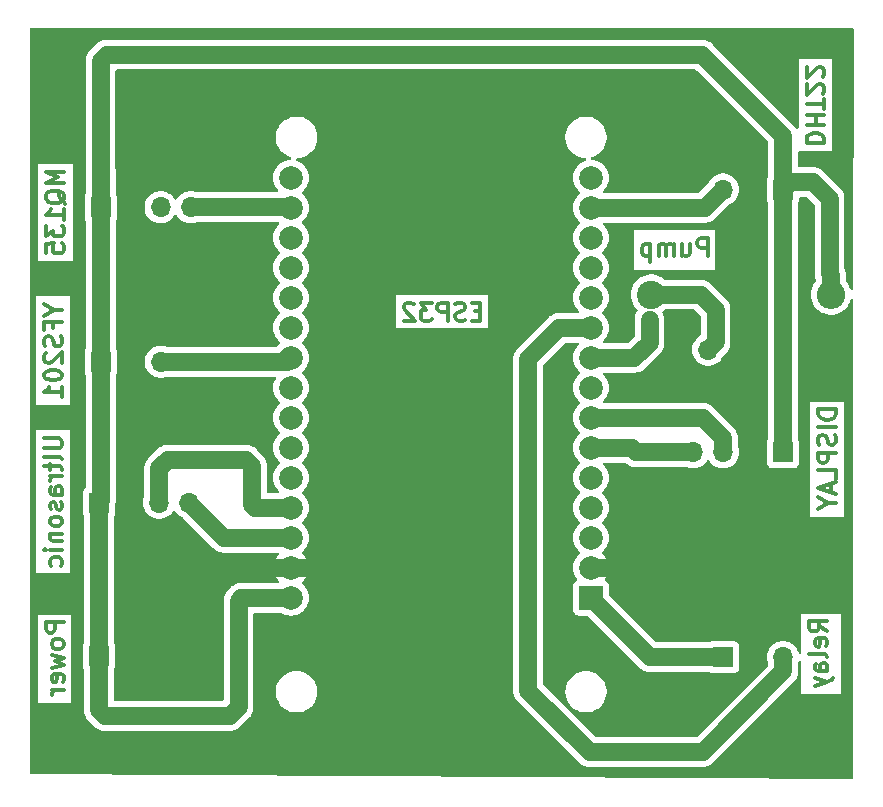
<source format=gbr>
%TF.GenerationSoftware,KiCad,Pcbnew,7.0.10*%
%TF.CreationDate,2024-02-21T12:35:32+05:00*%
%TF.ProjectId,Circuit for 2nd Milestone,43697263-7569-4742-9066-6f7220326e64,rev?*%
%TF.SameCoordinates,Original*%
%TF.FileFunction,Copper,L1,Top*%
%TF.FilePolarity,Positive*%
%FSLAX46Y46*%
G04 Gerber Fmt 4.6, Leading zero omitted, Abs format (unit mm)*
G04 Created by KiCad (PCBNEW 7.0.10) date 2024-02-21 12:35:32*
%MOMM*%
%LPD*%
G01*
G04 APERTURE LIST*
%ADD10C,0.300000*%
%TA.AperFunction,NonConductor*%
%ADD11C,0.300000*%
%TD*%
%TA.AperFunction,ComponentPad*%
%ADD12R,1.700000X1.700000*%
%TD*%
%TA.AperFunction,ComponentPad*%
%ADD13O,1.700000X1.700000*%
%TD*%
%TA.AperFunction,ComponentPad*%
%ADD14R,2.000000X2.000000*%
%TD*%
%TA.AperFunction,ComponentPad*%
%ADD15C,2.000000*%
%TD*%
%TA.AperFunction,ComponentPad*%
%ADD16C,2.400000*%
%TD*%
%TA.AperFunction,ComponentPad*%
%ADD17O,2.400000X2.400000*%
%TD*%
%TA.AperFunction,Conductor*%
%ADD18C,1.500000*%
%TD*%
G04 APERTURE END LIST*
D10*
D11*
X107739328Y-91269714D02*
X106239328Y-91269714D01*
X106239328Y-91269714D02*
X106239328Y-91841143D01*
X106239328Y-91841143D02*
X106310757Y-91984000D01*
X106310757Y-91984000D02*
X106382185Y-92055429D01*
X106382185Y-92055429D02*
X106525042Y-92126857D01*
X106525042Y-92126857D02*
X106739328Y-92126857D01*
X106739328Y-92126857D02*
X106882185Y-92055429D01*
X106882185Y-92055429D02*
X106953614Y-91984000D01*
X106953614Y-91984000D02*
X107025042Y-91841143D01*
X107025042Y-91841143D02*
X107025042Y-91269714D01*
X107739328Y-92984000D02*
X107667900Y-92841143D01*
X107667900Y-92841143D02*
X107596471Y-92769714D01*
X107596471Y-92769714D02*
X107453614Y-92698286D01*
X107453614Y-92698286D02*
X107025042Y-92698286D01*
X107025042Y-92698286D02*
X106882185Y-92769714D01*
X106882185Y-92769714D02*
X106810757Y-92841143D01*
X106810757Y-92841143D02*
X106739328Y-92984000D01*
X106739328Y-92984000D02*
X106739328Y-93198286D01*
X106739328Y-93198286D02*
X106810757Y-93341143D01*
X106810757Y-93341143D02*
X106882185Y-93412572D01*
X106882185Y-93412572D02*
X107025042Y-93484000D01*
X107025042Y-93484000D02*
X107453614Y-93484000D01*
X107453614Y-93484000D02*
X107596471Y-93412572D01*
X107596471Y-93412572D02*
X107667900Y-93341143D01*
X107667900Y-93341143D02*
X107739328Y-93198286D01*
X107739328Y-93198286D02*
X107739328Y-92984000D01*
X106739328Y-93984000D02*
X107739328Y-94269715D01*
X107739328Y-94269715D02*
X107025042Y-94555429D01*
X107025042Y-94555429D02*
X107739328Y-94841143D01*
X107739328Y-94841143D02*
X106739328Y-95126857D01*
X107667900Y-96269715D02*
X107739328Y-96126858D01*
X107739328Y-96126858D02*
X107739328Y-95841144D01*
X107739328Y-95841144D02*
X107667900Y-95698286D01*
X107667900Y-95698286D02*
X107525042Y-95626858D01*
X107525042Y-95626858D02*
X106953614Y-95626858D01*
X106953614Y-95626858D02*
X106810757Y-95698286D01*
X106810757Y-95698286D02*
X106739328Y-95841144D01*
X106739328Y-95841144D02*
X106739328Y-96126858D01*
X106739328Y-96126858D02*
X106810757Y-96269715D01*
X106810757Y-96269715D02*
X106953614Y-96341144D01*
X106953614Y-96341144D02*
X107096471Y-96341144D01*
X107096471Y-96341144D02*
X107239328Y-95626858D01*
X107739328Y-96984000D02*
X106739328Y-96984000D01*
X107025042Y-96984000D02*
X106882185Y-97055429D01*
X106882185Y-97055429D02*
X106810757Y-97126858D01*
X106810757Y-97126858D02*
X106739328Y-97269715D01*
X106739328Y-97269715D02*
X106739328Y-97412572D01*
D10*
D11*
X106112328Y-75668856D02*
X107326614Y-75668856D01*
X107326614Y-75668856D02*
X107469471Y-75740285D01*
X107469471Y-75740285D02*
X107540900Y-75811714D01*
X107540900Y-75811714D02*
X107612328Y-75954571D01*
X107612328Y-75954571D02*
X107612328Y-76240285D01*
X107612328Y-76240285D02*
X107540900Y-76383142D01*
X107540900Y-76383142D02*
X107469471Y-76454571D01*
X107469471Y-76454571D02*
X107326614Y-76525999D01*
X107326614Y-76525999D02*
X106112328Y-76525999D01*
X107612328Y-77454571D02*
X107540900Y-77311714D01*
X107540900Y-77311714D02*
X107398042Y-77240285D01*
X107398042Y-77240285D02*
X106112328Y-77240285D01*
X106612328Y-77811714D02*
X106612328Y-78383142D01*
X106112328Y-78025999D02*
X107398042Y-78025999D01*
X107398042Y-78025999D02*
X107540900Y-78097428D01*
X107540900Y-78097428D02*
X107612328Y-78240285D01*
X107612328Y-78240285D02*
X107612328Y-78383142D01*
X107612328Y-78883142D02*
X106612328Y-78883142D01*
X106898042Y-78883142D02*
X106755185Y-78954571D01*
X106755185Y-78954571D02*
X106683757Y-79026000D01*
X106683757Y-79026000D02*
X106612328Y-79168857D01*
X106612328Y-79168857D02*
X106612328Y-79311714D01*
X107612328Y-80454571D02*
X106826614Y-80454571D01*
X106826614Y-80454571D02*
X106683757Y-80383142D01*
X106683757Y-80383142D02*
X106612328Y-80240285D01*
X106612328Y-80240285D02*
X106612328Y-79954571D01*
X106612328Y-79954571D02*
X106683757Y-79811713D01*
X107540900Y-80454571D02*
X107612328Y-80311713D01*
X107612328Y-80311713D02*
X107612328Y-79954571D01*
X107612328Y-79954571D02*
X107540900Y-79811713D01*
X107540900Y-79811713D02*
X107398042Y-79740285D01*
X107398042Y-79740285D02*
X107255185Y-79740285D01*
X107255185Y-79740285D02*
X107112328Y-79811713D01*
X107112328Y-79811713D02*
X107040900Y-79954571D01*
X107040900Y-79954571D02*
X107040900Y-80311713D01*
X107040900Y-80311713D02*
X106969471Y-80454571D01*
X107540900Y-81097428D02*
X107612328Y-81240285D01*
X107612328Y-81240285D02*
X107612328Y-81525999D01*
X107612328Y-81525999D02*
X107540900Y-81668856D01*
X107540900Y-81668856D02*
X107398042Y-81740285D01*
X107398042Y-81740285D02*
X107326614Y-81740285D01*
X107326614Y-81740285D02*
X107183757Y-81668856D01*
X107183757Y-81668856D02*
X107112328Y-81525999D01*
X107112328Y-81525999D02*
X107112328Y-81311714D01*
X107112328Y-81311714D02*
X107040900Y-81168856D01*
X107040900Y-81168856D02*
X106898042Y-81097428D01*
X106898042Y-81097428D02*
X106826614Y-81097428D01*
X106826614Y-81097428D02*
X106683757Y-81168856D01*
X106683757Y-81168856D02*
X106612328Y-81311714D01*
X106612328Y-81311714D02*
X106612328Y-81525999D01*
X106612328Y-81525999D02*
X106683757Y-81668856D01*
X107612328Y-82597428D02*
X107540900Y-82454571D01*
X107540900Y-82454571D02*
X107469471Y-82383142D01*
X107469471Y-82383142D02*
X107326614Y-82311714D01*
X107326614Y-82311714D02*
X106898042Y-82311714D01*
X106898042Y-82311714D02*
X106755185Y-82383142D01*
X106755185Y-82383142D02*
X106683757Y-82454571D01*
X106683757Y-82454571D02*
X106612328Y-82597428D01*
X106612328Y-82597428D02*
X106612328Y-82811714D01*
X106612328Y-82811714D02*
X106683757Y-82954571D01*
X106683757Y-82954571D02*
X106755185Y-83026000D01*
X106755185Y-83026000D02*
X106898042Y-83097428D01*
X106898042Y-83097428D02*
X107326614Y-83097428D01*
X107326614Y-83097428D02*
X107469471Y-83026000D01*
X107469471Y-83026000D02*
X107540900Y-82954571D01*
X107540900Y-82954571D02*
X107612328Y-82811714D01*
X107612328Y-82811714D02*
X107612328Y-82597428D01*
X106612328Y-83740285D02*
X107612328Y-83740285D01*
X106755185Y-83740285D02*
X106683757Y-83811714D01*
X106683757Y-83811714D02*
X106612328Y-83954571D01*
X106612328Y-83954571D02*
X106612328Y-84168857D01*
X106612328Y-84168857D02*
X106683757Y-84311714D01*
X106683757Y-84311714D02*
X106826614Y-84383143D01*
X106826614Y-84383143D02*
X107612328Y-84383143D01*
X107612328Y-85097428D02*
X106612328Y-85097428D01*
X106112328Y-85097428D02*
X106183757Y-85026000D01*
X106183757Y-85026000D02*
X106255185Y-85097428D01*
X106255185Y-85097428D02*
X106183757Y-85168857D01*
X106183757Y-85168857D02*
X106112328Y-85097428D01*
X106112328Y-85097428D02*
X106255185Y-85097428D01*
X107540900Y-86454572D02*
X107612328Y-86311714D01*
X107612328Y-86311714D02*
X107612328Y-86026000D01*
X107612328Y-86026000D02*
X107540900Y-85883143D01*
X107540900Y-85883143D02*
X107469471Y-85811714D01*
X107469471Y-85811714D02*
X107326614Y-85740286D01*
X107326614Y-85740286D02*
X106898042Y-85740286D01*
X106898042Y-85740286D02*
X106755185Y-85811714D01*
X106755185Y-85811714D02*
X106683757Y-85883143D01*
X106683757Y-85883143D02*
X106612328Y-86026000D01*
X106612328Y-86026000D02*
X106612328Y-86311714D01*
X106612328Y-86311714D02*
X106683757Y-86454572D01*
D10*
D11*
X106898042Y-64826001D02*
X107612328Y-64826001D01*
X106112328Y-64326001D02*
X106898042Y-64826001D01*
X106898042Y-64826001D02*
X106112328Y-65326001D01*
X106826614Y-66326000D02*
X106826614Y-65826000D01*
X107612328Y-65826000D02*
X106112328Y-65826000D01*
X106112328Y-65826000D02*
X106112328Y-66540286D01*
X107540900Y-67040286D02*
X107612328Y-67254572D01*
X107612328Y-67254572D02*
X107612328Y-67611714D01*
X107612328Y-67611714D02*
X107540900Y-67754572D01*
X107540900Y-67754572D02*
X107469471Y-67826000D01*
X107469471Y-67826000D02*
X107326614Y-67897429D01*
X107326614Y-67897429D02*
X107183757Y-67897429D01*
X107183757Y-67897429D02*
X107040900Y-67826000D01*
X107040900Y-67826000D02*
X106969471Y-67754572D01*
X106969471Y-67754572D02*
X106898042Y-67611714D01*
X106898042Y-67611714D02*
X106826614Y-67326000D01*
X106826614Y-67326000D02*
X106755185Y-67183143D01*
X106755185Y-67183143D02*
X106683757Y-67111714D01*
X106683757Y-67111714D02*
X106540900Y-67040286D01*
X106540900Y-67040286D02*
X106398042Y-67040286D01*
X106398042Y-67040286D02*
X106255185Y-67111714D01*
X106255185Y-67111714D02*
X106183757Y-67183143D01*
X106183757Y-67183143D02*
X106112328Y-67326000D01*
X106112328Y-67326000D02*
X106112328Y-67683143D01*
X106112328Y-67683143D02*
X106183757Y-67897429D01*
X106255185Y-68468857D02*
X106183757Y-68540285D01*
X106183757Y-68540285D02*
X106112328Y-68683143D01*
X106112328Y-68683143D02*
X106112328Y-69040285D01*
X106112328Y-69040285D02*
X106183757Y-69183143D01*
X106183757Y-69183143D02*
X106255185Y-69254571D01*
X106255185Y-69254571D02*
X106398042Y-69326000D01*
X106398042Y-69326000D02*
X106540900Y-69326000D01*
X106540900Y-69326000D02*
X106755185Y-69254571D01*
X106755185Y-69254571D02*
X107612328Y-68397428D01*
X107612328Y-68397428D02*
X107612328Y-69326000D01*
X106112328Y-70254571D02*
X106112328Y-70397428D01*
X106112328Y-70397428D02*
X106183757Y-70540285D01*
X106183757Y-70540285D02*
X106255185Y-70611714D01*
X106255185Y-70611714D02*
X106398042Y-70683142D01*
X106398042Y-70683142D02*
X106683757Y-70754571D01*
X106683757Y-70754571D02*
X107040900Y-70754571D01*
X107040900Y-70754571D02*
X107326614Y-70683142D01*
X107326614Y-70683142D02*
X107469471Y-70611714D01*
X107469471Y-70611714D02*
X107540900Y-70540285D01*
X107540900Y-70540285D02*
X107612328Y-70397428D01*
X107612328Y-70397428D02*
X107612328Y-70254571D01*
X107612328Y-70254571D02*
X107540900Y-70111714D01*
X107540900Y-70111714D02*
X107469471Y-70040285D01*
X107469471Y-70040285D02*
X107326614Y-69968856D01*
X107326614Y-69968856D02*
X107040900Y-69897428D01*
X107040900Y-69897428D02*
X106683757Y-69897428D01*
X106683757Y-69897428D02*
X106398042Y-69968856D01*
X106398042Y-69968856D02*
X106255185Y-70040285D01*
X106255185Y-70040285D02*
X106183757Y-70111714D01*
X106183757Y-70111714D02*
X106112328Y-70254571D01*
X107612328Y-72183142D02*
X107612328Y-71325999D01*
X107612328Y-71754570D02*
X106112328Y-71754570D01*
X106112328Y-71754570D02*
X106326614Y-71611713D01*
X106326614Y-71611713D02*
X106469471Y-71468856D01*
X106469471Y-71468856D02*
X106540900Y-71325999D01*
D10*
D11*
X172382328Y-92031571D02*
X171668042Y-91531571D01*
X172382328Y-91174428D02*
X170882328Y-91174428D01*
X170882328Y-91174428D02*
X170882328Y-91745857D01*
X170882328Y-91745857D02*
X170953757Y-91888714D01*
X170953757Y-91888714D02*
X171025185Y-91960143D01*
X171025185Y-91960143D02*
X171168042Y-92031571D01*
X171168042Y-92031571D02*
X171382328Y-92031571D01*
X171382328Y-92031571D02*
X171525185Y-91960143D01*
X171525185Y-91960143D02*
X171596614Y-91888714D01*
X171596614Y-91888714D02*
X171668042Y-91745857D01*
X171668042Y-91745857D02*
X171668042Y-91174428D01*
X172310900Y-93245857D02*
X172382328Y-93103000D01*
X172382328Y-93103000D02*
X172382328Y-92817286D01*
X172382328Y-92817286D02*
X172310900Y-92674428D01*
X172310900Y-92674428D02*
X172168042Y-92603000D01*
X172168042Y-92603000D02*
X171596614Y-92603000D01*
X171596614Y-92603000D02*
X171453757Y-92674428D01*
X171453757Y-92674428D02*
X171382328Y-92817286D01*
X171382328Y-92817286D02*
X171382328Y-93103000D01*
X171382328Y-93103000D02*
X171453757Y-93245857D01*
X171453757Y-93245857D02*
X171596614Y-93317286D01*
X171596614Y-93317286D02*
X171739471Y-93317286D01*
X171739471Y-93317286D02*
X171882328Y-92603000D01*
X172382328Y-94174428D02*
X172310900Y-94031571D01*
X172310900Y-94031571D02*
X172168042Y-93960142D01*
X172168042Y-93960142D02*
X170882328Y-93960142D01*
X172382328Y-95388714D02*
X171596614Y-95388714D01*
X171596614Y-95388714D02*
X171453757Y-95317285D01*
X171453757Y-95317285D02*
X171382328Y-95174428D01*
X171382328Y-95174428D02*
X171382328Y-94888714D01*
X171382328Y-94888714D02*
X171453757Y-94745856D01*
X172310900Y-95388714D02*
X172382328Y-95245856D01*
X172382328Y-95245856D02*
X172382328Y-94888714D01*
X172382328Y-94888714D02*
X172310900Y-94745856D01*
X172310900Y-94745856D02*
X172168042Y-94674428D01*
X172168042Y-94674428D02*
X172025185Y-94674428D01*
X172025185Y-94674428D02*
X171882328Y-94745856D01*
X171882328Y-94745856D02*
X171810900Y-94888714D01*
X171810900Y-94888714D02*
X171810900Y-95245856D01*
X171810900Y-95245856D02*
X171739471Y-95388714D01*
X171382328Y-95960142D02*
X172382328Y-96317285D01*
X171382328Y-96674428D02*
X172382328Y-96317285D01*
X172382328Y-96317285D02*
X172739471Y-96174428D01*
X172739471Y-96174428D02*
X172810900Y-96102999D01*
X172810900Y-96102999D02*
X172882328Y-95960142D01*
D10*
D11*
X162262000Y-60241328D02*
X162262000Y-58741328D01*
X162262000Y-58741328D02*
X161690571Y-58741328D01*
X161690571Y-58741328D02*
X161547714Y-58812757D01*
X161547714Y-58812757D02*
X161476285Y-58884185D01*
X161476285Y-58884185D02*
X161404857Y-59027042D01*
X161404857Y-59027042D02*
X161404857Y-59241328D01*
X161404857Y-59241328D02*
X161476285Y-59384185D01*
X161476285Y-59384185D02*
X161547714Y-59455614D01*
X161547714Y-59455614D02*
X161690571Y-59527042D01*
X161690571Y-59527042D02*
X162262000Y-59527042D01*
X160119143Y-59241328D02*
X160119143Y-60241328D01*
X160762000Y-59241328D02*
X160762000Y-60027042D01*
X160762000Y-60027042D02*
X160690571Y-60169900D01*
X160690571Y-60169900D02*
X160547714Y-60241328D01*
X160547714Y-60241328D02*
X160333428Y-60241328D01*
X160333428Y-60241328D02*
X160190571Y-60169900D01*
X160190571Y-60169900D02*
X160119143Y-60098471D01*
X159404857Y-60241328D02*
X159404857Y-59241328D01*
X159404857Y-59384185D02*
X159333428Y-59312757D01*
X159333428Y-59312757D02*
X159190571Y-59241328D01*
X159190571Y-59241328D02*
X158976285Y-59241328D01*
X158976285Y-59241328D02*
X158833428Y-59312757D01*
X158833428Y-59312757D02*
X158762000Y-59455614D01*
X158762000Y-59455614D02*
X158762000Y-60241328D01*
X158762000Y-59455614D02*
X158690571Y-59312757D01*
X158690571Y-59312757D02*
X158547714Y-59241328D01*
X158547714Y-59241328D02*
X158333428Y-59241328D01*
X158333428Y-59241328D02*
X158190571Y-59312757D01*
X158190571Y-59312757D02*
X158119142Y-59455614D01*
X158119142Y-59455614D02*
X158119142Y-60241328D01*
X157404857Y-59241328D02*
X157404857Y-60741328D01*
X157404857Y-59312757D02*
X157262000Y-59241328D01*
X157262000Y-59241328D02*
X156976285Y-59241328D01*
X156976285Y-59241328D02*
X156833428Y-59312757D01*
X156833428Y-59312757D02*
X156762000Y-59384185D01*
X156762000Y-59384185D02*
X156690571Y-59527042D01*
X156690571Y-59527042D02*
X156690571Y-59955614D01*
X156690571Y-59955614D02*
X156762000Y-60098471D01*
X156762000Y-60098471D02*
X156833428Y-60169900D01*
X156833428Y-60169900D02*
X156976285Y-60241328D01*
X156976285Y-60241328D02*
X157262000Y-60241328D01*
X157262000Y-60241328D02*
X157404857Y-60169900D01*
D10*
D11*
X170644671Y-50676571D02*
X172144671Y-50676571D01*
X172144671Y-50676571D02*
X172144671Y-50319428D01*
X172144671Y-50319428D02*
X172073242Y-50105142D01*
X172073242Y-50105142D02*
X171930385Y-49962285D01*
X171930385Y-49962285D02*
X171787528Y-49890856D01*
X171787528Y-49890856D02*
X171501814Y-49819428D01*
X171501814Y-49819428D02*
X171287528Y-49819428D01*
X171287528Y-49819428D02*
X171001814Y-49890856D01*
X171001814Y-49890856D02*
X170858957Y-49962285D01*
X170858957Y-49962285D02*
X170716100Y-50105142D01*
X170716100Y-50105142D02*
X170644671Y-50319428D01*
X170644671Y-50319428D02*
X170644671Y-50676571D01*
X170644671Y-49176571D02*
X172144671Y-49176571D01*
X171430385Y-49176571D02*
X171430385Y-48319428D01*
X170644671Y-48319428D02*
X172144671Y-48319428D01*
X172144671Y-47819427D02*
X172144671Y-46962285D01*
X170644671Y-47390856D02*
X172144671Y-47390856D01*
X172001814Y-46533713D02*
X172073242Y-46462285D01*
X172073242Y-46462285D02*
X172144671Y-46319428D01*
X172144671Y-46319428D02*
X172144671Y-45962285D01*
X172144671Y-45962285D02*
X172073242Y-45819428D01*
X172073242Y-45819428D02*
X172001814Y-45747999D01*
X172001814Y-45747999D02*
X171858957Y-45676570D01*
X171858957Y-45676570D02*
X171716100Y-45676570D01*
X171716100Y-45676570D02*
X171501814Y-45747999D01*
X171501814Y-45747999D02*
X170644671Y-46605142D01*
X170644671Y-46605142D02*
X170644671Y-45676570D01*
X172001814Y-45105142D02*
X172073242Y-45033714D01*
X172073242Y-45033714D02*
X172144671Y-44890857D01*
X172144671Y-44890857D02*
X172144671Y-44533714D01*
X172144671Y-44533714D02*
X172073242Y-44390857D01*
X172073242Y-44390857D02*
X172001814Y-44319428D01*
X172001814Y-44319428D02*
X171858957Y-44247999D01*
X171858957Y-44247999D02*
X171716100Y-44247999D01*
X171716100Y-44247999D02*
X171501814Y-44319428D01*
X171501814Y-44319428D02*
X170644671Y-45176571D01*
X170644671Y-45176571D02*
X170644671Y-44247999D01*
D10*
D11*
X143041285Y-64916614D02*
X142541285Y-64916614D01*
X142326999Y-65702328D02*
X143041285Y-65702328D01*
X143041285Y-65702328D02*
X143041285Y-64202328D01*
X143041285Y-64202328D02*
X142326999Y-64202328D01*
X141755570Y-65630900D02*
X141541285Y-65702328D01*
X141541285Y-65702328D02*
X141184142Y-65702328D01*
X141184142Y-65702328D02*
X141041285Y-65630900D01*
X141041285Y-65630900D02*
X140969856Y-65559471D01*
X140969856Y-65559471D02*
X140898427Y-65416614D01*
X140898427Y-65416614D02*
X140898427Y-65273757D01*
X140898427Y-65273757D02*
X140969856Y-65130900D01*
X140969856Y-65130900D02*
X141041285Y-65059471D01*
X141041285Y-65059471D02*
X141184142Y-64988042D01*
X141184142Y-64988042D02*
X141469856Y-64916614D01*
X141469856Y-64916614D02*
X141612713Y-64845185D01*
X141612713Y-64845185D02*
X141684142Y-64773757D01*
X141684142Y-64773757D02*
X141755570Y-64630900D01*
X141755570Y-64630900D02*
X141755570Y-64488042D01*
X141755570Y-64488042D02*
X141684142Y-64345185D01*
X141684142Y-64345185D02*
X141612713Y-64273757D01*
X141612713Y-64273757D02*
X141469856Y-64202328D01*
X141469856Y-64202328D02*
X141112713Y-64202328D01*
X141112713Y-64202328D02*
X140898427Y-64273757D01*
X140255571Y-65702328D02*
X140255571Y-64202328D01*
X140255571Y-64202328D02*
X139684142Y-64202328D01*
X139684142Y-64202328D02*
X139541285Y-64273757D01*
X139541285Y-64273757D02*
X139469856Y-64345185D01*
X139469856Y-64345185D02*
X139398428Y-64488042D01*
X139398428Y-64488042D02*
X139398428Y-64702328D01*
X139398428Y-64702328D02*
X139469856Y-64845185D01*
X139469856Y-64845185D02*
X139541285Y-64916614D01*
X139541285Y-64916614D02*
X139684142Y-64988042D01*
X139684142Y-64988042D02*
X140255571Y-64988042D01*
X138898428Y-64202328D02*
X137969856Y-64202328D01*
X137969856Y-64202328D02*
X138469856Y-64773757D01*
X138469856Y-64773757D02*
X138255571Y-64773757D01*
X138255571Y-64773757D02*
X138112714Y-64845185D01*
X138112714Y-64845185D02*
X138041285Y-64916614D01*
X138041285Y-64916614D02*
X137969856Y-65059471D01*
X137969856Y-65059471D02*
X137969856Y-65416614D01*
X137969856Y-65416614D02*
X138041285Y-65559471D01*
X138041285Y-65559471D02*
X138112714Y-65630900D01*
X138112714Y-65630900D02*
X138255571Y-65702328D01*
X138255571Y-65702328D02*
X138684142Y-65702328D01*
X138684142Y-65702328D02*
X138826999Y-65630900D01*
X138826999Y-65630900D02*
X138898428Y-65559471D01*
X137398428Y-64345185D02*
X137327000Y-64273757D01*
X137327000Y-64273757D02*
X137184143Y-64202328D01*
X137184143Y-64202328D02*
X136827000Y-64202328D01*
X136827000Y-64202328D02*
X136684143Y-64273757D01*
X136684143Y-64273757D02*
X136612714Y-64345185D01*
X136612714Y-64345185D02*
X136541285Y-64488042D01*
X136541285Y-64488042D02*
X136541285Y-64630900D01*
X136541285Y-64630900D02*
X136612714Y-64845185D01*
X136612714Y-64845185D02*
X137469857Y-65702328D01*
X137469857Y-65702328D02*
X136541285Y-65702328D01*
D10*
D11*
X173144328Y-73235857D02*
X171644328Y-73235857D01*
X171644328Y-73235857D02*
X171644328Y-73593000D01*
X171644328Y-73593000D02*
X171715757Y-73807286D01*
X171715757Y-73807286D02*
X171858614Y-73950143D01*
X171858614Y-73950143D02*
X172001471Y-74021572D01*
X172001471Y-74021572D02*
X172287185Y-74093000D01*
X172287185Y-74093000D02*
X172501471Y-74093000D01*
X172501471Y-74093000D02*
X172787185Y-74021572D01*
X172787185Y-74021572D02*
X172930042Y-73950143D01*
X172930042Y-73950143D02*
X173072900Y-73807286D01*
X173072900Y-73807286D02*
X173144328Y-73593000D01*
X173144328Y-73593000D02*
X173144328Y-73235857D01*
X173144328Y-74735857D02*
X171644328Y-74735857D01*
X173072900Y-75378715D02*
X173144328Y-75593001D01*
X173144328Y-75593001D02*
X173144328Y-75950143D01*
X173144328Y-75950143D02*
X173072900Y-76093001D01*
X173072900Y-76093001D02*
X173001471Y-76164429D01*
X173001471Y-76164429D02*
X172858614Y-76235858D01*
X172858614Y-76235858D02*
X172715757Y-76235858D01*
X172715757Y-76235858D02*
X172572900Y-76164429D01*
X172572900Y-76164429D02*
X172501471Y-76093001D01*
X172501471Y-76093001D02*
X172430042Y-75950143D01*
X172430042Y-75950143D02*
X172358614Y-75664429D01*
X172358614Y-75664429D02*
X172287185Y-75521572D01*
X172287185Y-75521572D02*
X172215757Y-75450143D01*
X172215757Y-75450143D02*
X172072900Y-75378715D01*
X172072900Y-75378715D02*
X171930042Y-75378715D01*
X171930042Y-75378715D02*
X171787185Y-75450143D01*
X171787185Y-75450143D02*
X171715757Y-75521572D01*
X171715757Y-75521572D02*
X171644328Y-75664429D01*
X171644328Y-75664429D02*
X171644328Y-76021572D01*
X171644328Y-76021572D02*
X171715757Y-76235858D01*
X173144328Y-76878714D02*
X171644328Y-76878714D01*
X171644328Y-76878714D02*
X171644328Y-77450143D01*
X171644328Y-77450143D02*
X171715757Y-77593000D01*
X171715757Y-77593000D02*
X171787185Y-77664429D01*
X171787185Y-77664429D02*
X171930042Y-77735857D01*
X171930042Y-77735857D02*
X172144328Y-77735857D01*
X172144328Y-77735857D02*
X172287185Y-77664429D01*
X172287185Y-77664429D02*
X172358614Y-77593000D01*
X172358614Y-77593000D02*
X172430042Y-77450143D01*
X172430042Y-77450143D02*
X172430042Y-76878714D01*
X173144328Y-79093000D02*
X173144328Y-78378714D01*
X173144328Y-78378714D02*
X171644328Y-78378714D01*
X172715757Y-79521572D02*
X172715757Y-80235858D01*
X173144328Y-79378715D02*
X171644328Y-79878715D01*
X171644328Y-79878715D02*
X173144328Y-80378715D01*
X172430042Y-81164429D02*
X173144328Y-81164429D01*
X171644328Y-80664429D02*
X172430042Y-81164429D01*
X172430042Y-81164429D02*
X171644328Y-81664429D01*
D10*
D11*
X107739328Y-53086428D02*
X106239328Y-53086428D01*
X106239328Y-53086428D02*
X107310757Y-53586428D01*
X107310757Y-53586428D02*
X106239328Y-54086428D01*
X106239328Y-54086428D02*
X107739328Y-54086428D01*
X107882185Y-55800714D02*
X107810757Y-55657857D01*
X107810757Y-55657857D02*
X107667900Y-55515000D01*
X107667900Y-55515000D02*
X107453614Y-55300714D01*
X107453614Y-55300714D02*
X107382185Y-55157857D01*
X107382185Y-55157857D02*
X107382185Y-55015000D01*
X107739328Y-55086429D02*
X107667900Y-54943572D01*
X107667900Y-54943572D02*
X107525042Y-54800714D01*
X107525042Y-54800714D02*
X107239328Y-54729286D01*
X107239328Y-54729286D02*
X106739328Y-54729286D01*
X106739328Y-54729286D02*
X106453614Y-54800714D01*
X106453614Y-54800714D02*
X106310757Y-54943572D01*
X106310757Y-54943572D02*
X106239328Y-55086429D01*
X106239328Y-55086429D02*
X106239328Y-55372143D01*
X106239328Y-55372143D02*
X106310757Y-55515000D01*
X106310757Y-55515000D02*
X106453614Y-55657857D01*
X106453614Y-55657857D02*
X106739328Y-55729286D01*
X106739328Y-55729286D02*
X107239328Y-55729286D01*
X107239328Y-55729286D02*
X107525042Y-55657857D01*
X107525042Y-55657857D02*
X107667900Y-55515000D01*
X107667900Y-55515000D02*
X107739328Y-55372143D01*
X107739328Y-55372143D02*
X107739328Y-55086429D01*
X107739328Y-57157858D02*
X107739328Y-56300715D01*
X107739328Y-56729286D02*
X106239328Y-56729286D01*
X106239328Y-56729286D02*
X106453614Y-56586429D01*
X106453614Y-56586429D02*
X106596471Y-56443572D01*
X106596471Y-56443572D02*
X106667900Y-56300715D01*
X106239328Y-57657857D02*
X106239328Y-58586429D01*
X106239328Y-58586429D02*
X106810757Y-58086429D01*
X106810757Y-58086429D02*
X106810757Y-58300714D01*
X106810757Y-58300714D02*
X106882185Y-58443572D01*
X106882185Y-58443572D02*
X106953614Y-58515000D01*
X106953614Y-58515000D02*
X107096471Y-58586429D01*
X107096471Y-58586429D02*
X107453614Y-58586429D01*
X107453614Y-58586429D02*
X107596471Y-58515000D01*
X107596471Y-58515000D02*
X107667900Y-58443572D01*
X107667900Y-58443572D02*
X107739328Y-58300714D01*
X107739328Y-58300714D02*
X107739328Y-57872143D01*
X107739328Y-57872143D02*
X107667900Y-57729286D01*
X107667900Y-57729286D02*
X107596471Y-57657857D01*
X106239328Y-59943571D02*
X106239328Y-59229285D01*
X106239328Y-59229285D02*
X106953614Y-59157857D01*
X106953614Y-59157857D02*
X106882185Y-59229285D01*
X106882185Y-59229285D02*
X106810757Y-59372143D01*
X106810757Y-59372143D02*
X106810757Y-59729285D01*
X106810757Y-59729285D02*
X106882185Y-59872143D01*
X106882185Y-59872143D02*
X106953614Y-59943571D01*
X106953614Y-59943571D02*
X107096471Y-60015000D01*
X107096471Y-60015000D02*
X107453614Y-60015000D01*
X107453614Y-60015000D02*
X107596471Y-59943571D01*
X107596471Y-59943571D02*
X107667900Y-59872143D01*
X107667900Y-59872143D02*
X107739328Y-59729285D01*
X107739328Y-59729285D02*
X107739328Y-59372143D01*
X107739328Y-59372143D02*
X107667900Y-59229285D01*
X107667900Y-59229285D02*
X107596471Y-59157857D01*
D12*
%TO.P,J4,1,Pin_1*%
%TO.N,Net-(J1-Pad1)*%
X110754000Y-81128000D03*
D13*
%TO.P,J4,2,Pin_2*%
%TO.N,Net-(J1-Pad2)*%
X113294000Y-81128000D03*
%TO.P,J4,3,Pin_3*%
%TO.N,Net-(J4-Pad3)*%
X115834000Y-81128000D03*
%TO.P,J4,4,Pin_4*%
%TO.N,Net-(J4-Pad4)*%
X118374000Y-81128000D03*
%TD*%
D12*
%TO.P,J5,1,Pin_1*%
%TO.N,Net-(J1-Pad1)*%
X110886000Y-69190000D03*
D13*
%TO.P,J5,2,Pin_2*%
%TO.N,Net-(J1-Pad2)*%
X113426000Y-69190000D03*
%TO.P,J5,3,Pin_3*%
%TO.N,Net-(J5-Pad3)*%
X115966000Y-69190000D03*
%TD*%
D12*
%TO.P,J6,1,Pin_1*%
%TO.N,Net-(J6-Pad1)*%
X163591000Y-94209000D03*
D13*
%TO.P,J6,2,Pin_2*%
%TO.N,Net-(J1-Pad2)*%
X166131000Y-94209000D03*
%TO.P,J6,3,Pin_3*%
%TO.N,Net-(J6-Pad3)*%
X168671000Y-94209000D03*
%TD*%
D12*
%TO.P,J7,1,Pin_1*%
%TO.N,Net-(J1-Pad1)*%
X110739000Y-94107000D03*
D13*
%TO.P,J7,2,Pin_2*%
%TO.N,Net-(J1-Pad2)*%
X113279000Y-94107000D03*
%TD*%
D14*
%TO.P,U1,1,3V3*%
%TO.N,Net-(J6-Pad1)*%
X152400000Y-89175000D03*
D15*
%TO.P,U1,2,GND*%
%TO.N,Net-(J3-Pad2)*%
X152400000Y-86635000D03*
%TO.P,U1,3,D15*%
%TO.N,unconnected-(U1-Pad3)*%
X152400000Y-84095000D03*
%TO.P,U1,4,D2*%
%TO.N,unconnected-(U1-Pad4)*%
X152400000Y-81555000D03*
%TO.P,U1,5,D4*%
%TO.N,unconnected-(U1-Pad5)*%
X152400000Y-79015000D03*
%TO.P,U1,6,RX2*%
%TO.N,Net-(U1-Pad6)*%
X152400000Y-76475000D03*
%TO.P,U1,7,TX2*%
%TO.N,Net-(U1-Pad7)*%
X152400000Y-73935000D03*
%TO.P,U1,8,D5*%
%TO.N,unconnected-(U1-Pad8)*%
X152400000Y-71395000D03*
%TO.P,U1,9,D18*%
%TO.N,Net-(U1-Pad9)*%
X152400000Y-68855000D03*
%TO.P,U1,10,D19*%
%TO.N,Net-(J6-Pad3)*%
X152400000Y-66315000D03*
%TO.P,U1,11,D21*%
%TO.N,unconnected-(U1-Pad11)*%
X152400000Y-63775000D03*
%TO.P,U1,12,RX0*%
%TO.N,unconnected-(U1-Pad12)*%
X152400000Y-61235000D03*
%TO.P,U1,13,TX0*%
%TO.N,unconnected-(U1-Pad13)*%
X152400000Y-58695000D03*
%TO.P,U1,14,D22*%
%TO.N,Net-(U1-Pad14)*%
X152400000Y-56155000D03*
%TO.P,U1,15,D23*%
%TO.N,unconnected-(U1-Pad15)*%
X152400000Y-53615000D03*
%TO.P,U1,16,EN*%
%TO.N,unconnected-(U1-Pad16)*%
X127000000Y-53615000D03*
%TO.P,U1,17,VP*%
%TO.N,Net-(J3-Pad4)*%
X127000000Y-56155000D03*
%TO.P,U1,18,VN*%
%TO.N,unconnected-(U1-Pad18)*%
X127000000Y-58695000D03*
%TO.P,U1,19,D34*%
%TO.N,unconnected-(U1-Pad19)*%
X127000000Y-61235000D03*
%TO.P,U1,20,D35*%
%TO.N,unconnected-(U1-Pad20)*%
X127000000Y-63775000D03*
%TO.P,U1,21,D32*%
%TO.N,unconnected-(U1-Pad21)*%
X127000000Y-66315000D03*
%TO.P,U1,22,D33*%
%TO.N,Net-(U1-Pad22)*%
X127000000Y-68855000D03*
%TO.P,U1,23,D25*%
%TO.N,unconnected-(U1-Pad23)*%
X127000000Y-71395000D03*
%TO.P,U1,24,D26*%
%TO.N,unconnected-(U1-Pad24)*%
X127000000Y-73935000D03*
%TO.P,U1,25,D27*%
%TO.N,unconnected-(U1-Pad25)*%
X127000000Y-76475000D03*
%TO.P,U1,26,D14*%
%TO.N,unconnected-(U1-Pad26)*%
X127000000Y-79015000D03*
%TO.P,U1,27,D12*%
%TO.N,Net-(U1-Pad27)*%
X127000000Y-81555000D03*
%TO.P,U1,28,D13*%
%TO.N,Net-(U1-Pad28)*%
X127000000Y-84095000D03*
%TO.P,U1,29,GND*%
%TO.N,Net-(J3-Pad2)*%
X127000000Y-86635000D03*
%TO.P,U1,30,VIN*%
%TO.N,Net-(J3-Pad1)*%
X127000000Y-89175000D03*
%TD*%
D12*
%TO.P,J3,1,Pin_1*%
%TO.N,Net-(J1-Pad1)*%
X110881000Y-56109000D03*
D13*
%TO.P,J3,2,Pin_2*%
%TO.N,Net-(J1-Pad2)*%
X113421000Y-56109000D03*
%TO.P,J3,3,Pin_3*%
%TO.N,unconnected-(J3-Pad3)*%
X115961000Y-56109000D03*
%TO.P,J3,4,Pin_4*%
%TO.N,Net-(J3-Pad4)*%
X118501000Y-56109000D03*
%TD*%
D12*
%TO.P,J1,1,Pin_1*%
%TO.N,Net-(J1-Pad1)*%
X168656000Y-76860000D03*
D13*
%TO.P,J1,2,Pin_2*%
%TO.N,Net-(J1-Pad2)*%
X166116000Y-76860000D03*
%TO.P,J1,3,Pin_3*%
%TO.N,Net-(J1-Pad3)*%
X163576000Y-76860000D03*
%TO.P,J1,4,Pin_4*%
%TO.N,Net-(J1-Pad4)*%
X161036000Y-76860000D03*
%TD*%
D12*
%TO.P,J2,1,Pin_1*%
%TO.N,Net-(J1-Pad1)*%
X168656000Y-54610000D03*
D13*
%TO.P,J2,2,Pin_2*%
%TO.N,Net-(J1-Pad2)*%
X166116000Y-54610000D03*
%TO.P,J2,3,Pin_3*%
%TO.N,Net-(J2-Pad3)*%
X163576000Y-54610000D03*
%TD*%
D16*
%TO.P,R1,1*%
%TO.N,Net-(J8-Pad2)*%
X157480000Y-63500000D03*
D17*
%TO.P,R1,2*%
%TO.N,Net-(J1-Pad1)*%
X172720000Y-63500000D03*
%TD*%
D12*
%TO.P,J8,1,Pin_1*%
%TO.N,Net-(J1-Pad2)*%
X159786000Y-68174000D03*
D13*
%TO.P,J8,2,Pin_2*%
%TO.N,Net-(J8-Pad2)*%
X162326000Y-68174000D03*
%TD*%
D18*
%TO.N,Net-(U1-Pad9)*%
X152400000Y-68855000D02*
X156062000Y-68855000D01*
X157353000Y-67564000D02*
X157353000Y-65650000D01*
X156062000Y-68855000D02*
X157353000Y-67564000D01*
%TO.N,Net-(U1-Pad6)*%
X155850000Y-76475000D02*
X152400000Y-76475000D01*
X156235000Y-76860000D02*
X155850000Y-76475000D01*
X161036000Y-76860000D02*
X156235000Y-76860000D01*
%TO.N,Net-(U1-Pad7)*%
X163576000Y-76860000D02*
X163576000Y-75657919D01*
X163576000Y-75657919D02*
X161853081Y-73935000D01*
X161853081Y-73935000D02*
X152400000Y-73935000D01*
%TO.N,Net-(J3-Pad4)*%
X118501000Y-56109000D02*
X126954000Y-56109000D01*
X126954000Y-56109000D02*
X127000000Y-56155000D01*
%TO.N,Net-(J6-Pad1)*%
X163591000Y-94209000D02*
X157434000Y-94209000D01*
X157434000Y-94209000D02*
X152400000Y-89175000D01*
%TO.N,Net-(J6-Pad3)*%
X168671000Y-94209000D02*
X168671000Y-95411081D01*
X161847081Y-102235000D02*
X152273000Y-102235000D01*
X147066000Y-97028000D02*
X147066000Y-68961000D01*
X168671000Y-95411081D02*
X161847081Y-102235000D01*
X149712000Y-66315000D02*
X152400000Y-66315000D01*
X152273000Y-102235000D02*
X147066000Y-97028000D01*
X147066000Y-68961000D02*
X149712000Y-66315000D01*
%TO.N,Net-(U1-Pad14)*%
X162031000Y-56155000D02*
X163576000Y-54610000D01*
X152400000Y-56155000D02*
X162031000Y-56155000D01*
%TO.N,Net-(U1-Pad22)*%
X115966000Y-69190000D02*
X126665000Y-69190000D01*
X126665000Y-69190000D02*
X127000000Y-68855000D01*
%TO.N,Net-(J1-Pad1)*%
X110739000Y-94107000D02*
X110739000Y-81143000D01*
X168656000Y-54610000D02*
X168656000Y-76860000D01*
X111379000Y-43180000D02*
X110871000Y-43688000D01*
X172593000Y-61722000D02*
X172593000Y-55372000D01*
X110886000Y-56114000D02*
X110881000Y-56109000D01*
X110886000Y-80996000D02*
X110754000Y-81128000D01*
X122555000Y-98425000D02*
X122555000Y-89408000D01*
X110739000Y-81143000D02*
X110754000Y-81128000D01*
X110871000Y-52939000D02*
X110881000Y-52949000D01*
X110881000Y-52949000D02*
X110881000Y-56109000D01*
X122555000Y-89408000D02*
X122788000Y-89175000D01*
X172593000Y-55372000D02*
X171196000Y-53975000D01*
X169291000Y-53975000D02*
X168656000Y-54610000D01*
X172720000Y-63500000D02*
X172720000Y-61849000D01*
X110739000Y-96457000D02*
X110744000Y-96462000D01*
X122788000Y-89175000D02*
X127000000Y-89175000D01*
X168656000Y-50038000D02*
X161798000Y-43180000D01*
X111252000Y-99187000D02*
X121793000Y-99187000D01*
X172720000Y-61849000D02*
X172593000Y-61722000D01*
X129667000Y-43180000D02*
X111379000Y-43180000D01*
X110739000Y-94107000D02*
X110739000Y-96457000D01*
X110744000Y-96462000D02*
X110744000Y-98679000D01*
X110886000Y-69190000D02*
X110886000Y-56114000D01*
X161798000Y-43180000D02*
X129667000Y-43180000D01*
X110871000Y-43688000D02*
X110871000Y-52939000D01*
X110886000Y-69190000D02*
X110886000Y-80996000D01*
X121793000Y-99187000D02*
X122555000Y-98425000D01*
X171196000Y-53975000D02*
X169291000Y-53975000D01*
X110744000Y-98679000D02*
X111252000Y-99187000D01*
X168656000Y-54610000D02*
X168656000Y-50038000D01*
%TO.N,Net-(J1-Pad2)*%
X113294000Y-85461000D02*
X113294000Y-94092000D01*
X166131000Y-94209000D02*
X166131000Y-86502000D01*
X127000000Y-86635000D02*
X114468000Y-86635000D01*
X159786000Y-70524000D02*
X159786000Y-68174000D01*
X113294000Y-94092000D02*
X113279000Y-94107000D01*
X166116000Y-54610000D02*
X166116000Y-51943000D01*
X160274000Y-46101000D02*
X141478000Y-46101000D01*
X166116000Y-51943000D02*
X160274000Y-46101000D01*
X132842000Y-86487000D02*
X132694000Y-86635000D01*
X132694000Y-86635000D02*
X127000000Y-86635000D01*
X166116000Y-70866000D02*
X160128000Y-70866000D01*
X166116000Y-81915000D02*
X166116000Y-76860000D01*
X113294000Y-81128000D02*
X113294000Y-69322000D01*
X166131000Y-86502000D02*
X163830000Y-84201000D01*
X152400000Y-86635000D02*
X161396000Y-86635000D01*
X132842000Y-54737000D02*
X132842000Y-86487000D01*
X113294000Y-81128000D02*
X113294000Y-85461000D01*
X160128000Y-70866000D02*
X159786000Y-70524000D01*
X163830000Y-84201000D02*
X166116000Y-81915000D01*
X114468000Y-86635000D02*
X113294000Y-85461000D01*
X113294000Y-69322000D02*
X113426000Y-69190000D01*
X141478000Y-46101000D02*
X132842000Y-54737000D01*
X113421000Y-56109000D02*
X113421000Y-69185000D01*
X161396000Y-86635000D02*
X163830000Y-84201000D01*
X113421000Y-69185000D02*
X113426000Y-69190000D01*
X166116000Y-54610000D02*
X166116000Y-70866000D01*
X166116000Y-70866000D02*
X166116000Y-76860000D01*
%TO.N,Net-(J4-Pad3)*%
X123698000Y-77978000D02*
X123698000Y-81280000D01*
X123973000Y-81555000D02*
X127000000Y-81555000D01*
X115834000Y-81128000D02*
X115834000Y-78222000D01*
X115834000Y-78222000D02*
X116586000Y-77470000D01*
X123190000Y-77470000D02*
X123698000Y-77978000D01*
X123698000Y-81280000D02*
X123973000Y-81555000D01*
X116586000Y-77470000D02*
X123190000Y-77470000D01*
%TO.N,Net-(J4-Pad4)*%
X121341000Y-84095000D02*
X118374000Y-81128000D01*
X127000000Y-84095000D02*
X121341000Y-84095000D01*
%TO.N,Net-(J8-Pad2)*%
X162941000Y-64770000D02*
X162941000Y-67559000D01*
X161671000Y-63500000D02*
X162941000Y-64770000D01*
X162941000Y-67559000D02*
X162326000Y-68174000D01*
X157480000Y-63500000D02*
X161671000Y-63500000D01*
%TD*%
%TA.AperFunction,Conductor*%
%TO.N,Net-(J1-Pad2)*%
G36*
X174567100Y-40914002D02*
G01*
X174613593Y-40967658D01*
X174624979Y-41020021D01*
X174621391Y-63034351D01*
X174601378Y-63102468D01*
X174547715Y-63148952D01*
X174477439Y-63159045D01*
X174412863Y-63129541D01*
X174374489Y-63069809D01*
X174372550Y-63062367D01*
X174357174Y-62995000D01*
X174357172Y-62994994D01*
X174263625Y-62756637D01*
X174263623Y-62756633D01*
X174135589Y-62534872D01*
X174135584Y-62534865D01*
X174005989Y-62372357D01*
X173979155Y-62306627D01*
X173978500Y-62293798D01*
X173978500Y-61926755D01*
X173979292Y-61912649D01*
X173980138Y-61905138D01*
X173983269Y-61877352D01*
X173978785Y-61810845D01*
X173978500Y-61802370D01*
X173978500Y-61792484D01*
X173978500Y-61792478D01*
X173974821Y-61751607D01*
X173974607Y-61748891D01*
X173968030Y-61651332D01*
X173968029Y-61651329D01*
X173968029Y-61651325D01*
X173966980Y-61647162D01*
X173963667Y-61627664D01*
X173963281Y-61623379D01*
X173963281Y-61623378D01*
X173937268Y-61529127D01*
X173936559Y-61526437D01*
X173922770Y-61471711D01*
X173912679Y-61431663D01*
X173910900Y-61427748D01*
X173904155Y-61409142D01*
X173903014Y-61405007D01*
X173863978Y-61323948D01*
X173851500Y-61269278D01*
X173851500Y-55449755D01*
X173852292Y-55435649D01*
X173855447Y-55407643D01*
X173856269Y-55400352D01*
X173851785Y-55333845D01*
X173851500Y-55325370D01*
X173851500Y-55315484D01*
X173851500Y-55315478D01*
X173847821Y-55274607D01*
X173847607Y-55271891D01*
X173841030Y-55174332D01*
X173841029Y-55174329D01*
X173841029Y-55174325D01*
X173839980Y-55170162D01*
X173836667Y-55150664D01*
X173836281Y-55146379D01*
X173825162Y-55106091D01*
X173810268Y-55052127D01*
X173809559Y-55049437D01*
X173794517Y-54989741D01*
X173785679Y-54954663D01*
X173785678Y-54954661D01*
X173785677Y-54954656D01*
X173783899Y-54950743D01*
X173777155Y-54932143D01*
X173776791Y-54930824D01*
X173776014Y-54928007D01*
X173733616Y-54839969D01*
X173732427Y-54837425D01*
X173691996Y-54748414D01*
X173691993Y-54748408D01*
X173689546Y-54744876D01*
X173679590Y-54727780D01*
X173677726Y-54723910D01*
X173677725Y-54723907D01*
X173620274Y-54644833D01*
X173618687Y-54642598D01*
X173562986Y-54562198D01*
X173559943Y-54559155D01*
X173547098Y-54544115D01*
X173544574Y-54540641D01*
X173544573Y-54540640D01*
X173544571Y-54540637D01*
X173473909Y-54473077D01*
X173471888Y-54471100D01*
X172140878Y-53140090D01*
X172131462Y-53129554D01*
X172109317Y-53101785D01*
X172109314Y-53101782D01*
X172059101Y-53057913D01*
X172052935Y-53052147D01*
X172045927Y-53045139D01*
X172014412Y-53018829D01*
X172012329Y-53017049D01*
X171938727Y-52952744D01*
X171938718Y-52952737D01*
X171935016Y-52950525D01*
X171918898Y-52939087D01*
X171915596Y-52936330D01*
X171900982Y-52928038D01*
X171830531Y-52888062D01*
X171828165Y-52886684D01*
X171797432Y-52868322D01*
X171744250Y-52836547D01*
X171744243Y-52836544D01*
X171744237Y-52836541D01*
X171740208Y-52835029D01*
X171722312Y-52826657D01*
X171718567Y-52824532D01*
X171718564Y-52824530D01*
X171667626Y-52806707D01*
X171626292Y-52792243D01*
X171623694Y-52791302D01*
X171532164Y-52756950D01*
X171532162Y-52756949D01*
X171532161Y-52756949D01*
X171532159Y-52756948D01*
X171532150Y-52756946D01*
X171527908Y-52756176D01*
X171508814Y-52751136D01*
X171504748Y-52749713D01*
X171408177Y-52734416D01*
X171405394Y-52733943D01*
X171309271Y-52716500D01*
X171309267Y-52716500D01*
X171304966Y-52716500D01*
X171285257Y-52714949D01*
X171281004Y-52714275D01*
X171280997Y-52714275D01*
X171183289Y-52716468D01*
X171180462Y-52716500D01*
X170040500Y-52716500D01*
X169972379Y-52696498D01*
X169925886Y-52642842D01*
X169914500Y-52590500D01*
X169914500Y-51466362D01*
X169934502Y-51398241D01*
X169988158Y-51351748D01*
X170040500Y-51340362D01*
X172808462Y-51340362D01*
X172808462Y-43584208D01*
X169980880Y-43584208D01*
X169980880Y-49336552D01*
X169960878Y-49404673D01*
X169907222Y-49451166D01*
X169836948Y-49461270D01*
X169772368Y-49431776D01*
X169743926Y-49394581D01*
X169743625Y-49394762D01*
X169742053Y-49392132D01*
X169741358Y-49391222D01*
X169740725Y-49389907D01*
X169683276Y-49310837D01*
X169681646Y-49308540D01*
X169625988Y-49228201D01*
X169625986Y-49228198D01*
X169622943Y-49225155D01*
X169610098Y-49210115D01*
X169607574Y-49206641D01*
X169607573Y-49206640D01*
X169607571Y-49206637D01*
X169536909Y-49139077D01*
X169534888Y-49137100D01*
X162742878Y-42345090D01*
X162733462Y-42334554D01*
X162711317Y-42306785D01*
X162702530Y-42299108D01*
X162661101Y-42262913D01*
X162654935Y-42257147D01*
X162647927Y-42250139D01*
X162616412Y-42223829D01*
X162614329Y-42222049D01*
X162540727Y-42157744D01*
X162540718Y-42157737D01*
X162537016Y-42155525D01*
X162520898Y-42144087D01*
X162517596Y-42141330D01*
X162508688Y-42136275D01*
X162432531Y-42093062D01*
X162430165Y-42091684D01*
X162425845Y-42089103D01*
X162346250Y-42041547D01*
X162346243Y-42041544D01*
X162346237Y-42041541D01*
X162342208Y-42040029D01*
X162324312Y-42031657D01*
X162320567Y-42029532D01*
X162320564Y-42029530D01*
X162269626Y-42011707D01*
X162228292Y-41997243D01*
X162225694Y-41996302D01*
X162224452Y-41995836D01*
X162134161Y-41961949D01*
X162134159Y-41961948D01*
X162134150Y-41961946D01*
X162129908Y-41961176D01*
X162110814Y-41956136D01*
X162106748Y-41954713D01*
X162010177Y-41939416D01*
X162007394Y-41938943D01*
X161911271Y-41921500D01*
X161911267Y-41921500D01*
X161906966Y-41921500D01*
X161887257Y-41919949D01*
X161883004Y-41919275D01*
X161882997Y-41919275D01*
X161785289Y-41921468D01*
X161782462Y-41921500D01*
X111456756Y-41921500D01*
X111442650Y-41920708D01*
X111407353Y-41916731D01*
X111407352Y-41916731D01*
X111369620Y-41919275D01*
X111340846Y-41921215D01*
X111332371Y-41921500D01*
X111322470Y-41921500D01*
X111281670Y-41925171D01*
X111278859Y-41925392D01*
X111181337Y-41931968D01*
X111181328Y-41931970D01*
X111177159Y-41933021D01*
X111157676Y-41936332D01*
X111153383Y-41936718D01*
X111153362Y-41936722D01*
X111059197Y-41962710D01*
X111056466Y-41963431D01*
X110961660Y-41987321D01*
X110961653Y-41987324D01*
X110957725Y-41989108D01*
X110939170Y-41995836D01*
X110935014Y-41996983D01*
X110935004Y-41996987D01*
X110846922Y-42039403D01*
X110844365Y-42040599D01*
X110755415Y-42081003D01*
X110755400Y-42081011D01*
X110751863Y-42083462D01*
X110734805Y-42093397D01*
X110730906Y-42095274D01*
X110730905Y-42095275D01*
X110651828Y-42152728D01*
X110649525Y-42154362D01*
X110569194Y-42210017D01*
X110566141Y-42213070D01*
X110551135Y-42225887D01*
X110547636Y-42228429D01*
X110547631Y-42228433D01*
X110480058Y-42299108D01*
X110478082Y-42301128D01*
X110036084Y-42743126D01*
X110025550Y-42752541D01*
X109997782Y-42774685D01*
X109953932Y-42824875D01*
X109948151Y-42831059D01*
X109941139Y-42838071D01*
X109914850Y-42869560D01*
X109913017Y-42871706D01*
X109848736Y-42945282D01*
X109848734Y-42945285D01*
X109846526Y-42948981D01*
X109835098Y-42965087D01*
X109832330Y-42968405D01*
X109832323Y-42968414D01*
X109784094Y-43053410D01*
X109782673Y-43055850D01*
X109732551Y-43139741D01*
X109732546Y-43139752D01*
X109731029Y-43143794D01*
X109722665Y-43161671D01*
X109720536Y-43165424D01*
X109720529Y-43165438D01*
X109688265Y-43257646D01*
X109687302Y-43260304D01*
X109652949Y-43351838D01*
X109652948Y-43351841D01*
X109652179Y-43356080D01*
X109647138Y-43375180D01*
X109645714Y-43379248D01*
X109645713Y-43379254D01*
X109630416Y-43475822D01*
X109629943Y-43478605D01*
X109612500Y-43574729D01*
X109612500Y-43579034D01*
X109610949Y-43598743D01*
X109610275Y-43602995D01*
X109610275Y-43603002D01*
X109612468Y-43700710D01*
X109612500Y-43703537D01*
X109612500Y-52861244D01*
X109611708Y-52875350D01*
X109609778Y-52892484D01*
X109607731Y-52910648D01*
X109610077Y-52945444D01*
X109612215Y-52977153D01*
X109612500Y-52985628D01*
X109612500Y-52995529D01*
X109616175Y-53036373D01*
X109616396Y-53039184D01*
X109622214Y-53125454D01*
X109622500Y-53133932D01*
X109622500Y-54914233D01*
X109602498Y-54982354D01*
X109597369Y-54989741D01*
X109580112Y-55012793D01*
X109580110Y-55012797D01*
X109529011Y-55149795D01*
X109529009Y-55149803D01*
X109522500Y-55210350D01*
X109522500Y-57007649D01*
X109529009Y-57068196D01*
X109529011Y-57068204D01*
X109580110Y-57205202D01*
X109580113Y-57205208D01*
X109602367Y-57234935D01*
X109627179Y-57301455D01*
X109627500Y-57310445D01*
X109627500Y-67995233D01*
X109607498Y-68063354D01*
X109602369Y-68070741D01*
X109585112Y-68093793D01*
X109585110Y-68093797D01*
X109534011Y-68230795D01*
X109534009Y-68230803D01*
X109527500Y-68291350D01*
X109527500Y-70088640D01*
X109534009Y-70149196D01*
X109534011Y-70149201D01*
X109585111Y-70286204D01*
X109602367Y-70309255D01*
X109627179Y-70375774D01*
X109627500Y-70384765D01*
X109627500Y-79786719D01*
X109607498Y-79854840D01*
X109577011Y-79887585D01*
X109540739Y-79914739D01*
X109540738Y-79914740D01*
X109540737Y-79914741D01*
X109540736Y-79914742D01*
X109453112Y-80031792D01*
X109453110Y-80031797D01*
X109402011Y-80168795D01*
X109402009Y-80168803D01*
X109395500Y-80229350D01*
X109395500Y-82026649D01*
X109402009Y-82087196D01*
X109402011Y-82087204D01*
X109453109Y-82224201D01*
X109453110Y-82224203D01*
X109453111Y-82224204D01*
X109455366Y-82227217D01*
X109456682Y-82230743D01*
X109457430Y-82232113D01*
X109457233Y-82232220D01*
X109480179Y-82293735D01*
X109480500Y-82302727D01*
X109480500Y-92912233D01*
X109460498Y-92980354D01*
X109455369Y-92987741D01*
X109438112Y-93010793D01*
X109438110Y-93010797D01*
X109387011Y-93147795D01*
X109387009Y-93147803D01*
X109380500Y-93208350D01*
X109380500Y-95005649D01*
X109387009Y-95066196D01*
X109424249Y-95166040D01*
X109438111Y-95203204D01*
X109455367Y-95226255D01*
X109480179Y-95292774D01*
X109480500Y-95301765D01*
X109480500Y-96379244D01*
X109479708Y-96393350D01*
X109475731Y-96428646D01*
X109480215Y-96495153D01*
X109480500Y-96503628D01*
X109480500Y-96513526D01*
X109484174Y-96554357D01*
X109484395Y-96557162D01*
X109485214Y-96569297D01*
X109485500Y-96577782D01*
X109485500Y-98601244D01*
X109484708Y-98615350D01*
X109480731Y-98650646D01*
X109485215Y-98717153D01*
X109485500Y-98725628D01*
X109485500Y-98735529D01*
X109489171Y-98776329D01*
X109489392Y-98779140D01*
X109495968Y-98876660D01*
X109495969Y-98876667D01*
X109495970Y-98876668D01*
X109497023Y-98880849D01*
X109500331Y-98900318D01*
X109500718Y-98904622D01*
X109526711Y-98998805D01*
X109527433Y-99001537D01*
X109551322Y-99096339D01*
X109553103Y-99100260D01*
X109559842Y-99118848D01*
X109560985Y-99122990D01*
X109560988Y-99122999D01*
X109603379Y-99211024D01*
X109604577Y-99213584D01*
X109645006Y-99302590D01*
X109647455Y-99306124D01*
X109657405Y-99323211D01*
X109659271Y-99327087D01*
X109659274Y-99327092D01*
X109716720Y-99406159D01*
X109718356Y-99408465D01*
X109774009Y-99488795D01*
X109774014Y-99488802D01*
X109774018Y-99488806D01*
X109774023Y-99488812D01*
X109777055Y-99491844D01*
X109789891Y-99506871D01*
X109792426Y-99510360D01*
X109792430Y-99510364D01*
X109863089Y-99577921D01*
X109865110Y-99579898D01*
X110307121Y-100021909D01*
X110316535Y-100032443D01*
X110338681Y-100060212D01*
X110338686Y-100060218D01*
X110363660Y-100082037D01*
X110388878Y-100104070D01*
X110395072Y-100109861D01*
X110402062Y-100116851D01*
X110402068Y-100116856D01*
X110402073Y-100116861D01*
X110433602Y-100143183D01*
X110435644Y-100144926D01*
X110509282Y-100209263D01*
X110512977Y-100211470D01*
X110529095Y-100222907D01*
X110532402Y-100225668D01*
X110532412Y-100225675D01*
X110602059Y-100265193D01*
X110613565Y-100271722D01*
X110617420Y-100273909D01*
X110619782Y-100275284D01*
X110703750Y-100325453D01*
X110707795Y-100326971D01*
X110725687Y-100335341D01*
X110729433Y-100337467D01*
X110821661Y-100369739D01*
X110824255Y-100370678D01*
X110915839Y-100405051D01*
X110920072Y-100405819D01*
X110939184Y-100410862D01*
X110943254Y-100412287D01*
X110943257Y-100412287D01*
X110943259Y-100412288D01*
X110966723Y-100416004D01*
X111039837Y-100427583D01*
X111042487Y-100428033D01*
X111138733Y-100445500D01*
X111143041Y-100445500D01*
X111162750Y-100447050D01*
X111167000Y-100447724D01*
X111264685Y-100445532D01*
X111267512Y-100445500D01*
X121715244Y-100445500D01*
X121729350Y-100446292D01*
X121734545Y-100446877D01*
X121764648Y-100450269D01*
X121831153Y-100445785D01*
X121839628Y-100445500D01*
X121849516Y-100445500D01*
X121849522Y-100445500D01*
X121890363Y-100441824D01*
X121893128Y-100441606D01*
X121990668Y-100435030D01*
X121994834Y-100433980D01*
X122014329Y-100430667D01*
X122018622Y-100430281D01*
X122112922Y-100404255D01*
X122115527Y-100403568D01*
X122210337Y-100379679D01*
X122214248Y-100377902D01*
X122232850Y-100371157D01*
X122236993Y-100370014D01*
X122325084Y-100327590D01*
X122327516Y-100326452D01*
X122416590Y-100285994D01*
X122420107Y-100283557D01*
X122437225Y-100273586D01*
X122441093Y-100271725D01*
X122520169Y-100214270D01*
X122522404Y-100212683D01*
X122602802Y-100156986D01*
X122605843Y-100153943D01*
X122620878Y-100141102D01*
X122624363Y-100138571D01*
X122691964Y-100067864D01*
X122693855Y-100065931D01*
X123389919Y-99369867D01*
X123400436Y-99360468D01*
X123428218Y-99338314D01*
X123472094Y-99288092D01*
X123477845Y-99281941D01*
X123484861Y-99274927D01*
X123511163Y-99243420D01*
X123512939Y-99241342D01*
X123577263Y-99167718D01*
X123579468Y-99164026D01*
X123590917Y-99147890D01*
X123593671Y-99144593D01*
X123641889Y-99059613D01*
X123643291Y-99057204D01*
X123693453Y-98973250D01*
X123694964Y-98969222D01*
X123703346Y-98951305D01*
X123705468Y-98947567D01*
X123737780Y-98855221D01*
X123738697Y-98852694D01*
X123773051Y-98761161D01*
X123773818Y-98756930D01*
X123778866Y-98737807D01*
X123780288Y-98733745D01*
X123795585Y-98637153D01*
X123796043Y-98634454D01*
X123813500Y-98538267D01*
X123813500Y-98533965D01*
X123815051Y-98514254D01*
X123815725Y-98510000D01*
X123813532Y-98412288D01*
X123813500Y-98409461D01*
X123813500Y-97266182D01*
X125719500Y-97266182D01*
X125732215Y-97350537D01*
X125758604Y-97525619D01*
X125835933Y-97776314D01*
X125835938Y-97776327D01*
X125949773Y-98012706D01*
X125949777Y-98012713D01*
X126097562Y-98229472D01*
X126097567Y-98229479D01*
X126276019Y-98421805D01*
X126481143Y-98585386D01*
X126481146Y-98585388D01*
X126708352Y-98716566D01*
X126708356Y-98716567D01*
X126708357Y-98716568D01*
X126952584Y-98812420D01*
X127208370Y-98870802D01*
X127404506Y-98885500D01*
X127404507Y-98885500D01*
X127535493Y-98885500D01*
X127535494Y-98885500D01*
X127731630Y-98870802D01*
X127987416Y-98812420D01*
X128231643Y-98716568D01*
X128231645Y-98716566D01*
X128231647Y-98716566D01*
X128406958Y-98615350D01*
X128458857Y-98585386D01*
X128663981Y-98421805D01*
X128842433Y-98229479D01*
X128990228Y-98012704D01*
X129104063Y-97776323D01*
X129109880Y-97757465D01*
X129181395Y-97525619D01*
X129189478Y-97471993D01*
X129220500Y-97266182D01*
X129220500Y-97003818D01*
X129219871Y-96999648D01*
X145802731Y-96999648D01*
X145807188Y-97065757D01*
X145807215Y-97066153D01*
X145807500Y-97074628D01*
X145807500Y-97084529D01*
X145811171Y-97125329D01*
X145811392Y-97128140D01*
X145817968Y-97225660D01*
X145817969Y-97225667D01*
X145817970Y-97225668D01*
X145819023Y-97229849D01*
X145822331Y-97249318D01*
X145822718Y-97253622D01*
X145848711Y-97347805D01*
X145849433Y-97350537D01*
X145873322Y-97445339D01*
X145875103Y-97449260D01*
X145881842Y-97467848D01*
X145882985Y-97471990D01*
X145882988Y-97471999D01*
X145925379Y-97560024D01*
X145926577Y-97562584D01*
X145967006Y-97651590D01*
X145969455Y-97655124D01*
X145979405Y-97672211D01*
X145981271Y-97676087D01*
X145981274Y-97676092D01*
X146038720Y-97755159D01*
X146040356Y-97757465D01*
X146096009Y-97837795D01*
X146096014Y-97837802D01*
X146096018Y-97837806D01*
X146096023Y-97837812D01*
X146099055Y-97840844D01*
X146111891Y-97855871D01*
X146114426Y-97859360D01*
X146114430Y-97859364D01*
X146185089Y-97926921D01*
X146187110Y-97928898D01*
X151328121Y-103069909D01*
X151337535Y-103080443D01*
X151359681Y-103108212D01*
X151359686Y-103108218D01*
X151384660Y-103130037D01*
X151409878Y-103152070D01*
X151416072Y-103157861D01*
X151423062Y-103164851D01*
X151423068Y-103164856D01*
X151423073Y-103164861D01*
X151454602Y-103191183D01*
X151456644Y-103192926D01*
X151530282Y-103257263D01*
X151533977Y-103259470D01*
X151550095Y-103270907D01*
X151553402Y-103273668D01*
X151553412Y-103273675D01*
X151604269Y-103302532D01*
X151638428Y-103321914D01*
X151640847Y-103323323D01*
X151724746Y-103373451D01*
X151724747Y-103373451D01*
X151724750Y-103373453D01*
X151728780Y-103374965D01*
X151746692Y-103383345D01*
X151750435Y-103385469D01*
X151782084Y-103396542D01*
X151842739Y-103417766D01*
X151845254Y-103418678D01*
X151936839Y-103453051D01*
X151941067Y-103453818D01*
X151960193Y-103458865D01*
X151964255Y-103460287D01*
X152060867Y-103475589D01*
X152063485Y-103476033D01*
X152138788Y-103489699D01*
X152159732Y-103493500D01*
X152159733Y-103493500D01*
X152164034Y-103493500D01*
X152183743Y-103495051D01*
X152186051Y-103495416D01*
X152188000Y-103495725D01*
X152285710Y-103493531D01*
X152288537Y-103493500D01*
X161769325Y-103493500D01*
X161783431Y-103494292D01*
X161788626Y-103494877D01*
X161818729Y-103498269D01*
X161885234Y-103493785D01*
X161893709Y-103493500D01*
X161903597Y-103493500D01*
X161903603Y-103493500D01*
X161944444Y-103489824D01*
X161947209Y-103489606D01*
X162044749Y-103483030D01*
X162048915Y-103481980D01*
X162068410Y-103478667D01*
X162072703Y-103478281D01*
X162167003Y-103452255D01*
X162169608Y-103451568D01*
X162264418Y-103427679D01*
X162268329Y-103425902D01*
X162286931Y-103419157D01*
X162291074Y-103418014D01*
X162379165Y-103375590D01*
X162381597Y-103374452D01*
X162470671Y-103333994D01*
X162474188Y-103331557D01*
X162491306Y-103321586D01*
X162495174Y-103319725D01*
X162574250Y-103262270D01*
X162576485Y-103260683D01*
X162656883Y-103204986D01*
X162659924Y-103201943D01*
X162674959Y-103189102D01*
X162678444Y-103186571D01*
X162746045Y-103115864D01*
X162747936Y-103113931D01*
X169505919Y-96355948D01*
X169516436Y-96346549D01*
X169544218Y-96324395D01*
X169588094Y-96274173D01*
X169593845Y-96268022D01*
X169600861Y-96261008D01*
X169627163Y-96229501D01*
X169628939Y-96227423D01*
X169693263Y-96153799D01*
X169695468Y-96150107D01*
X169706917Y-96133971D01*
X169709671Y-96130674D01*
X169757889Y-96045694D01*
X169759291Y-96043285D01*
X169809453Y-95959331D01*
X169810964Y-95955303D01*
X169819346Y-95937386D01*
X169821468Y-95933648D01*
X169853780Y-95841302D01*
X169854697Y-95838775D01*
X169889051Y-95747242D01*
X169889818Y-95743011D01*
X169894866Y-95723888D01*
X169896288Y-95719826D01*
X169911585Y-95623234D01*
X169912043Y-95620535D01*
X169929500Y-95524348D01*
X169929500Y-95520046D01*
X169931051Y-95500335D01*
X169931725Y-95496081D01*
X169929532Y-95398369D01*
X169929500Y-95395542D01*
X169929500Y-94748243D01*
X169940113Y-94697629D01*
X169943081Y-94690860D01*
X169960296Y-94651616D01*
X169970393Y-94611745D01*
X170006505Y-94550619D01*
X170069932Y-94518720D01*
X170140536Y-94526177D01*
X170195901Y-94570621D01*
X170218448Y-94637942D01*
X170218537Y-94642676D01*
X170218537Y-97335694D01*
X173545840Y-97335694D01*
X173545840Y-90510637D01*
X170218537Y-90510637D01*
X170218537Y-93775323D01*
X170198535Y-93843444D01*
X170144879Y-93889937D01*
X170074605Y-93900041D01*
X170010025Y-93870547D01*
X169971641Y-93810821D01*
X169970393Y-93806255D01*
X169960297Y-93766387D01*
X169960296Y-93766384D01*
X169869860Y-93560209D01*
X169863140Y-93549924D01*
X169746724Y-93371734D01*
X169746720Y-93371729D01*
X169594237Y-93206091D01*
X169474367Y-93112792D01*
X169416576Y-93067811D01*
X169218574Y-92960658D01*
X169218572Y-92960657D01*
X169218571Y-92960656D01*
X169005639Y-92887557D01*
X169005630Y-92887555D01*
X168961476Y-92880187D01*
X168783569Y-92850500D01*
X168558431Y-92850500D01*
X168410211Y-92875233D01*
X168336369Y-92887555D01*
X168336360Y-92887557D01*
X168123428Y-92960656D01*
X168123426Y-92960658D01*
X167925426Y-93067810D01*
X167925424Y-93067811D01*
X167747762Y-93206091D01*
X167595279Y-93371729D01*
X167595275Y-93371734D01*
X167472141Y-93560206D01*
X167381703Y-93766386D01*
X167381702Y-93766387D01*
X167326437Y-93984624D01*
X167307844Y-94209000D01*
X167326437Y-94433375D01*
X167381702Y-94651612D01*
X167381705Y-94651619D01*
X167401887Y-94697629D01*
X167412500Y-94748243D01*
X167412500Y-94837603D01*
X167392498Y-94905724D01*
X167375595Y-94926698D01*
X161362698Y-100939595D01*
X161300386Y-100973621D01*
X161273603Y-100976500D01*
X152846478Y-100976500D01*
X152778357Y-100956498D01*
X152757383Y-100939595D01*
X149083970Y-97266182D01*
X150229500Y-97266182D01*
X150242215Y-97350537D01*
X150268604Y-97525619D01*
X150345933Y-97776314D01*
X150345938Y-97776327D01*
X150459773Y-98012706D01*
X150459777Y-98012713D01*
X150607562Y-98229472D01*
X150607567Y-98229479D01*
X150786019Y-98421805D01*
X150991143Y-98585386D01*
X150991146Y-98585388D01*
X151218352Y-98716566D01*
X151218356Y-98716567D01*
X151218357Y-98716568D01*
X151462584Y-98812420D01*
X151718370Y-98870802D01*
X151914506Y-98885500D01*
X151914507Y-98885500D01*
X152045493Y-98885500D01*
X152045494Y-98885500D01*
X152241630Y-98870802D01*
X152497416Y-98812420D01*
X152741643Y-98716568D01*
X152741645Y-98716566D01*
X152741647Y-98716566D01*
X152916958Y-98615350D01*
X152968857Y-98585386D01*
X153173981Y-98421805D01*
X153352433Y-98229479D01*
X153500228Y-98012704D01*
X153614063Y-97776323D01*
X153619880Y-97757465D01*
X153691395Y-97525619D01*
X153699478Y-97471993D01*
X153730500Y-97266182D01*
X153730500Y-97003818D01*
X153691396Y-96744385D01*
X153691395Y-96744383D01*
X153691395Y-96744380D01*
X153614066Y-96493685D01*
X153614061Y-96493672D01*
X153550573Y-96361838D01*
X153500228Y-96257296D01*
X153500226Y-96257293D01*
X153500222Y-96257286D01*
X153352437Y-96040527D01*
X153352433Y-96040521D01*
X153173981Y-95848195D01*
X152968857Y-95684614D01*
X152968852Y-95684611D01*
X152968853Y-95684611D01*
X152741647Y-95553433D01*
X152741639Y-95553430D01*
X152497419Y-95457581D01*
X152497417Y-95457580D01*
X152241633Y-95399198D01*
X152094528Y-95388174D01*
X152045494Y-95384500D01*
X151914506Y-95384500D01*
X151875278Y-95387439D01*
X151718366Y-95399198D01*
X151462582Y-95457580D01*
X151462580Y-95457581D01*
X151218360Y-95553430D01*
X151218352Y-95553433D01*
X150991146Y-95684611D01*
X150786018Y-95848195D01*
X150607566Y-96040522D01*
X150607562Y-96040527D01*
X150459777Y-96257286D01*
X150459773Y-96257293D01*
X150345938Y-96493672D01*
X150345933Y-96493685D01*
X150268604Y-96744380D01*
X150246879Y-96888514D01*
X150229500Y-97003818D01*
X150229500Y-97266182D01*
X149083970Y-97266182D01*
X148361405Y-96543617D01*
X148327379Y-96481305D01*
X148324500Y-96454522D01*
X148324500Y-69534478D01*
X148344502Y-69466357D01*
X148361405Y-69445383D01*
X150196383Y-67610405D01*
X150258695Y-67576379D01*
X150285478Y-67573500D01*
X151237380Y-67573500D01*
X151305501Y-67593502D01*
X151351994Y-67647158D01*
X151362098Y-67717432D01*
X151333191Y-67781330D01*
X151175826Y-67965580D01*
X151175825Y-67965582D01*
X151051759Y-68168038D01*
X150960894Y-68387407D01*
X150905465Y-68618289D01*
X150886835Y-68855000D01*
X150905465Y-69091710D01*
X150960894Y-69322592D01*
X151048660Y-69534478D01*
X151051760Y-69541963D01*
X151170610Y-69735908D01*
X151175825Y-69744417D01*
X151175826Y-69744419D01*
X151293576Y-69882286D01*
X151330031Y-69924969D01*
X151364015Y-69953994D01*
X151452057Y-70029189D01*
X151490866Y-70088640D01*
X151491372Y-70159634D01*
X151453416Y-70219633D01*
X151452057Y-70220811D01*
X151330028Y-70325033D01*
X151175826Y-70505580D01*
X151175825Y-70505582D01*
X151051759Y-70708038D01*
X150960894Y-70927407D01*
X150905465Y-71158289D01*
X150886835Y-71395000D01*
X150905465Y-71631710D01*
X150960894Y-71862592D01*
X151051759Y-72081961D01*
X151175825Y-72284417D01*
X151175826Y-72284419D01*
X151330028Y-72464966D01*
X151330031Y-72464969D01*
X151409179Y-72532568D01*
X151452057Y-72569189D01*
X151490866Y-72628640D01*
X151491372Y-72699634D01*
X151453416Y-72759633D01*
X151452057Y-72760811D01*
X151330028Y-72865033D01*
X151175826Y-73045580D01*
X151175825Y-73045582D01*
X151051759Y-73248038D01*
X150960894Y-73467407D01*
X150905465Y-73698289D01*
X150886835Y-73935000D01*
X150905465Y-74171710D01*
X150960894Y-74402592D01*
X150960895Y-74402594D01*
X151051760Y-74621963D01*
X151135721Y-74758975D01*
X151175825Y-74824417D01*
X151175826Y-74824419D01*
X151265663Y-74929604D01*
X151330031Y-75004969D01*
X151364405Y-75034327D01*
X151452057Y-75109189D01*
X151490866Y-75168640D01*
X151491372Y-75239634D01*
X151453416Y-75299633D01*
X151452069Y-75300799D01*
X151427511Y-75321775D01*
X151330028Y-75405033D01*
X151175826Y-75585580D01*
X151175825Y-75585582D01*
X151051759Y-75788038D01*
X150960894Y-76007407D01*
X150905465Y-76238289D01*
X150886835Y-76475000D01*
X150905465Y-76711710D01*
X150960894Y-76942592D01*
X151050179Y-77158145D01*
X151051760Y-77161963D01*
X151174386Y-77362070D01*
X151175825Y-77364417D01*
X151175826Y-77364419D01*
X151322088Y-77535669D01*
X151330031Y-77544969D01*
X151382580Y-77589850D01*
X151452057Y-77649189D01*
X151490866Y-77708640D01*
X151491372Y-77779634D01*
X151453416Y-77839633D01*
X151452057Y-77840811D01*
X151330028Y-77945033D01*
X151175826Y-78125580D01*
X151175825Y-78125582D01*
X151051759Y-78328038D01*
X150960894Y-78547407D01*
X150905465Y-78778289D01*
X150886835Y-79015000D01*
X150905465Y-79251710D01*
X150960894Y-79482592D01*
X150960895Y-79482594D01*
X151051760Y-79701963D01*
X151160652Y-79879658D01*
X151175825Y-79904417D01*
X151175826Y-79904419D01*
X151330028Y-80084966D01*
X151330031Y-80084969D01*
X151428179Y-80168795D01*
X151452057Y-80189189D01*
X151490866Y-80248640D01*
X151491372Y-80319634D01*
X151453416Y-80379633D01*
X151452057Y-80380811D01*
X151330028Y-80485033D01*
X151175826Y-80665580D01*
X151175825Y-80665582D01*
X151051759Y-80868038D01*
X150960894Y-81087407D01*
X150905465Y-81318289D01*
X150886835Y-81555000D01*
X150905465Y-81791710D01*
X150960894Y-82022592D01*
X151047113Y-82230743D01*
X151051760Y-82241963D01*
X151165898Y-82428219D01*
X151175825Y-82444417D01*
X151175826Y-82444419D01*
X151309484Y-82600912D01*
X151330031Y-82624969D01*
X151452057Y-82729189D01*
X151490866Y-82788640D01*
X151491372Y-82859634D01*
X151453416Y-82919633D01*
X151452057Y-82920811D01*
X151330028Y-83025033D01*
X151175826Y-83205580D01*
X151175825Y-83205582D01*
X151051759Y-83408038D01*
X150960894Y-83627407D01*
X150905465Y-83858289D01*
X150886835Y-84095000D01*
X150905465Y-84331710D01*
X150960894Y-84562592D01*
X150960895Y-84562594D01*
X151051760Y-84781963D01*
X151165898Y-84968219D01*
X151175825Y-84984417D01*
X151175826Y-84984419D01*
X151303303Y-85133675D01*
X151330031Y-85164969D01*
X151424282Y-85245467D01*
X151452057Y-85269189D01*
X151490866Y-85328640D01*
X151491372Y-85399634D01*
X151453416Y-85459633D01*
X151452057Y-85460811D01*
X151330028Y-85565033D01*
X151175826Y-85745580D01*
X151175825Y-85745582D01*
X151051759Y-85948038D01*
X150960894Y-86167407D01*
X150905465Y-86398289D01*
X150886835Y-86635000D01*
X150905465Y-86871710D01*
X150960894Y-87102592D01*
X151051759Y-87321961D01*
X151175823Y-87524415D01*
X151177234Y-87526068D01*
X151184322Y-87534366D01*
X151213354Y-87599155D01*
X151202750Y-87669355D01*
X151160252Y-87717698D01*
X151161010Y-87718710D01*
X151156193Y-87722315D01*
X151155875Y-87722678D01*
X151155099Y-87723134D01*
X151036738Y-87811738D01*
X150949112Y-87928792D01*
X150949110Y-87928797D01*
X150898011Y-88065795D01*
X150898009Y-88065803D01*
X150891500Y-88126350D01*
X150891500Y-90223649D01*
X150898009Y-90284196D01*
X150898011Y-90284204D01*
X150949110Y-90421202D01*
X150949112Y-90421207D01*
X151036738Y-90538261D01*
X151153792Y-90625887D01*
X151153794Y-90625888D01*
X151153796Y-90625889D01*
X151212875Y-90647924D01*
X151290795Y-90676988D01*
X151290803Y-90676990D01*
X151351350Y-90683499D01*
X151351355Y-90683499D01*
X151351362Y-90683500D01*
X152076522Y-90683500D01*
X152144643Y-90703502D01*
X152165617Y-90720405D01*
X156489121Y-95043909D01*
X156498535Y-95054443D01*
X156520681Y-95082212D01*
X156520686Y-95082218D01*
X156545660Y-95104037D01*
X156570878Y-95126070D01*
X156577072Y-95131861D01*
X156584062Y-95138851D01*
X156584068Y-95138856D01*
X156584073Y-95138861D01*
X156615602Y-95165183D01*
X156617644Y-95166926D01*
X156691282Y-95231263D01*
X156694977Y-95233470D01*
X156711095Y-95244907D01*
X156714402Y-95247668D01*
X156714412Y-95247675D01*
X156765269Y-95276532D01*
X156799428Y-95295914D01*
X156801847Y-95297323D01*
X156885746Y-95347451D01*
X156885747Y-95347451D01*
X156885750Y-95347453D01*
X156889780Y-95348965D01*
X156907692Y-95357345D01*
X156911435Y-95359469D01*
X156943084Y-95370542D01*
X157003739Y-95391766D01*
X157006254Y-95392678D01*
X157097839Y-95427051D01*
X157102067Y-95427818D01*
X157121193Y-95432865D01*
X157125255Y-95434287D01*
X157221867Y-95449589D01*
X157224485Y-95450033D01*
X157308450Y-95465271D01*
X157320732Y-95467500D01*
X157320733Y-95467500D01*
X157325034Y-95467500D01*
X157344743Y-95469051D01*
X157347051Y-95469416D01*
X157349000Y-95469725D01*
X157446710Y-95467531D01*
X157449537Y-95467500D01*
X162396234Y-95467500D01*
X162464355Y-95487502D01*
X162471735Y-95492626D01*
X162494793Y-95509887D01*
X162494796Y-95509889D01*
X162631795Y-95560988D01*
X162631803Y-95560990D01*
X162692350Y-95567499D01*
X162692355Y-95567499D01*
X162692362Y-95567500D01*
X162692368Y-95567500D01*
X164489632Y-95567500D01*
X164489638Y-95567500D01*
X164489645Y-95567499D01*
X164489649Y-95567499D01*
X164550196Y-95560990D01*
X164550199Y-95560989D01*
X164550201Y-95560989D01*
X164687204Y-95509889D01*
X164705650Y-95496081D01*
X164804261Y-95422261D01*
X164891887Y-95305207D01*
X164891887Y-95305206D01*
X164891889Y-95305204D01*
X164942989Y-95168201D01*
X164943222Y-95166040D01*
X164949499Y-95107649D01*
X164949500Y-95107632D01*
X164949500Y-93310367D01*
X164949499Y-93310350D01*
X164942990Y-93249803D01*
X164942988Y-93249795D01*
X164904946Y-93147803D01*
X164891889Y-93112796D01*
X164891888Y-93112794D01*
X164891887Y-93112792D01*
X164804261Y-92995738D01*
X164687207Y-92908112D01*
X164687202Y-92908110D01*
X164550204Y-92857011D01*
X164550196Y-92857009D01*
X164489649Y-92850500D01*
X164489638Y-92850500D01*
X162692362Y-92850500D01*
X162692350Y-92850500D01*
X162631803Y-92857009D01*
X162631795Y-92857011D01*
X162494797Y-92908110D01*
X162494796Y-92908110D01*
X162487470Y-92913595D01*
X162471742Y-92925368D01*
X162405224Y-92950179D01*
X162396234Y-92950500D01*
X158007478Y-92950500D01*
X157939357Y-92930498D01*
X157918383Y-92913595D01*
X153945405Y-88940617D01*
X153911379Y-88878305D01*
X153908500Y-88851522D01*
X153908500Y-88126367D01*
X153908499Y-88126350D01*
X153901990Y-88065803D01*
X153901988Y-88065795D01*
X153859105Y-87950824D01*
X153850889Y-87928796D01*
X153850888Y-87928794D01*
X153850887Y-87928792D01*
X153763261Y-87811738D01*
X153638990Y-87718710D01*
X153640716Y-87716403D01*
X153600894Y-87676573D01*
X153585809Y-87607198D01*
X153610625Y-87540680D01*
X153615649Y-87534399D01*
X153624176Y-87524416D01*
X153748240Y-87321963D01*
X153839105Y-87102594D01*
X153894535Y-86871711D01*
X153913165Y-86635000D01*
X153894535Y-86398289D01*
X153839105Y-86167406D01*
X153748240Y-85948037D01*
X153624176Y-85745584D01*
X153624173Y-85745580D01*
X153469969Y-85565030D01*
X153347943Y-85460811D01*
X153309134Y-85401361D01*
X153308626Y-85330366D01*
X153346582Y-85270367D01*
X153347943Y-85269189D01*
X153378203Y-85243345D01*
X153469969Y-85164969D01*
X153624176Y-84984416D01*
X153748240Y-84781963D01*
X153839105Y-84562594D01*
X153894535Y-84331711D01*
X153913165Y-84095000D01*
X153894535Y-83858289D01*
X153839105Y-83627406D01*
X153748240Y-83408037D01*
X153624176Y-83205584D01*
X153624173Y-83205580D01*
X153469969Y-83025030D01*
X153347943Y-82920811D01*
X153309134Y-82861361D01*
X153308626Y-82790366D01*
X153346582Y-82730367D01*
X153347943Y-82729189D01*
X153356903Y-82721537D01*
X153469969Y-82624969D01*
X153624176Y-82444416D01*
X153748240Y-82241963D01*
X153839105Y-82022594D01*
X153894535Y-81791711D01*
X153913165Y-81555000D01*
X153894535Y-81318289D01*
X153839105Y-81087406D01*
X153748240Y-80868037D01*
X153624176Y-80665584D01*
X153558558Y-80588755D01*
X153469969Y-80485030D01*
X153347943Y-80380811D01*
X153309134Y-80321361D01*
X153308626Y-80250366D01*
X153346582Y-80190367D01*
X153347943Y-80189189D01*
X153389778Y-80153459D01*
X153469969Y-80084969D01*
X153624176Y-79904416D01*
X153748240Y-79701963D01*
X153839105Y-79482594D01*
X153894535Y-79251711D01*
X153913165Y-79015000D01*
X153894535Y-78778289D01*
X153839105Y-78547406D01*
X153748240Y-78328037D01*
X153624176Y-78125584D01*
X153620026Y-78120725D01*
X153466809Y-77941330D01*
X153437778Y-77876541D01*
X153448383Y-77806341D01*
X153495258Y-77753018D01*
X153562620Y-77733500D01*
X155274721Y-77733500D01*
X155342842Y-77753502D01*
X155357618Y-77764611D01*
X155359830Y-77766543D01*
X155371881Y-77777072D01*
X155378072Y-77782861D01*
X155385062Y-77789851D01*
X155385068Y-77789856D01*
X155385073Y-77789861D01*
X155416602Y-77816183D01*
X155418644Y-77817926D01*
X155492282Y-77882263D01*
X155495977Y-77884470D01*
X155512095Y-77895907D01*
X155515402Y-77898668D01*
X155515412Y-77898675D01*
X155555611Y-77921484D01*
X155600428Y-77946914D01*
X155602847Y-77948323D01*
X155686746Y-77998451D01*
X155686747Y-77998451D01*
X155686750Y-77998453D01*
X155690780Y-77999965D01*
X155708692Y-78008345D01*
X155711294Y-78009822D01*
X155712433Y-78010468D01*
X155804763Y-78042775D01*
X155807249Y-78043677D01*
X155898839Y-78078051D01*
X155903072Y-78078819D01*
X155922184Y-78083862D01*
X155926254Y-78085287D01*
X156022825Y-78100581D01*
X156025536Y-78101042D01*
X156121733Y-78118500D01*
X156126034Y-78118500D01*
X156145743Y-78120051D01*
X156148051Y-78120416D01*
X156150000Y-78120725D01*
X156247710Y-78118531D01*
X156250537Y-78118500D01*
X160496989Y-78118500D01*
X160537901Y-78125327D01*
X160592493Y-78144068D01*
X160701365Y-78181444D01*
X160923431Y-78218500D01*
X160923435Y-78218500D01*
X161148565Y-78218500D01*
X161148569Y-78218500D01*
X161370635Y-78181444D01*
X161583574Y-78108342D01*
X161781576Y-78001189D01*
X161959240Y-77862906D01*
X162111722Y-77697268D01*
X162200518Y-77561354D01*
X162254520Y-77515268D01*
X162324868Y-77505692D01*
X162389225Y-77535669D01*
X162411480Y-77561353D01*
X162444607Y-77612058D01*
X162500275Y-77697265D01*
X162500279Y-77697270D01*
X162586403Y-77790824D01*
X162631335Y-77839633D01*
X162652762Y-77862908D01*
X162698710Y-77898671D01*
X162830424Y-78001189D01*
X163028426Y-78108342D01*
X163028427Y-78108342D01*
X163028428Y-78108343D01*
X163111889Y-78136995D01*
X163241365Y-78181444D01*
X163463431Y-78218500D01*
X163463435Y-78218500D01*
X163688565Y-78218500D01*
X163688569Y-78218500D01*
X163910635Y-78181444D01*
X164123574Y-78108342D01*
X164321576Y-78001189D01*
X164499240Y-77862906D01*
X164651722Y-77697268D01*
X164774860Y-77508791D01*
X164865296Y-77302616D01*
X164920564Y-77084368D01*
X164939156Y-76860000D01*
X164920564Y-76635632D01*
X164899621Y-76552929D01*
X164865297Y-76417387D01*
X164865295Y-76417381D01*
X164845112Y-76371367D01*
X164834500Y-76320755D01*
X164834500Y-75735674D01*
X164835292Y-75721568D01*
X164836914Y-75707171D01*
X164839269Y-75686271D01*
X164834785Y-75619764D01*
X164834500Y-75611289D01*
X164834500Y-75601403D01*
X164834500Y-75601397D01*
X164830821Y-75560526D01*
X164830607Y-75557810D01*
X164824030Y-75460251D01*
X164824029Y-75460248D01*
X164824029Y-75460244D01*
X164822980Y-75456081D01*
X164819667Y-75436583D01*
X164819281Y-75432298D01*
X164811756Y-75405031D01*
X164793268Y-75338046D01*
X164792559Y-75335356D01*
X164781581Y-75291789D01*
X164768679Y-75240582D01*
X164768678Y-75240580D01*
X164768677Y-75240575D01*
X164766899Y-75236662D01*
X164760155Y-75218062D01*
X164759724Y-75216500D01*
X164759014Y-75213926D01*
X164716616Y-75125888D01*
X164715427Y-75123344D01*
X164674996Y-75034333D01*
X164674993Y-75034327D01*
X164672546Y-75030795D01*
X164662590Y-75013699D01*
X164660726Y-75009829D01*
X164660725Y-75009826D01*
X164603281Y-74930761D01*
X164601646Y-74928457D01*
X164545987Y-74848120D01*
X164545985Y-74848117D01*
X164545980Y-74848112D01*
X164545974Y-74848105D01*
X164542945Y-74845076D01*
X164530105Y-74830043D01*
X164527572Y-74826557D01*
X164527569Y-74826554D01*
X164456887Y-74758975D01*
X164454866Y-74756998D01*
X162797959Y-73100090D01*
X162788543Y-73089554D01*
X162766398Y-73061785D01*
X162766395Y-73061782D01*
X162716181Y-73017912D01*
X162710015Y-73012146D01*
X162703008Y-73005139D01*
X162671493Y-72978829D01*
X162669410Y-72977049D01*
X162595808Y-72912744D01*
X162595799Y-72912737D01*
X162592097Y-72910525D01*
X162575979Y-72899087D01*
X162572677Y-72896330D01*
X162563769Y-72891275D01*
X162487612Y-72848062D01*
X162485246Y-72846684D01*
X162401331Y-72796547D01*
X162401324Y-72796544D01*
X162401318Y-72796541D01*
X162397289Y-72795029D01*
X162379393Y-72786657D01*
X162375648Y-72784532D01*
X162375645Y-72784530D01*
X162324707Y-72766707D01*
X162283373Y-72752243D01*
X162280775Y-72751302D01*
X162189245Y-72716950D01*
X162189243Y-72716949D01*
X162189242Y-72716949D01*
X162189240Y-72716948D01*
X162189231Y-72716946D01*
X162184989Y-72716176D01*
X162165895Y-72711136D01*
X162161829Y-72709713D01*
X162065258Y-72694416D01*
X162062475Y-72693943D01*
X161966352Y-72676500D01*
X161966348Y-72676500D01*
X161962047Y-72676500D01*
X161942338Y-72674949D01*
X161938085Y-72674275D01*
X161938078Y-72674275D01*
X161840370Y-72676468D01*
X161837543Y-72676500D01*
X153562620Y-72676500D01*
X153494499Y-72656498D01*
X153448006Y-72602842D01*
X153437902Y-72532568D01*
X153466809Y-72468670D01*
X153624173Y-72284419D01*
X153624176Y-72284416D01*
X153748240Y-72081963D01*
X153839105Y-71862594D01*
X153894535Y-71631711D01*
X153913165Y-71395000D01*
X153894535Y-71158289D01*
X153839105Y-70927406D01*
X153748240Y-70708037D01*
X153624176Y-70505584D01*
X153592505Y-70468502D01*
X153466809Y-70321330D01*
X153437778Y-70256541D01*
X153448383Y-70186341D01*
X153495258Y-70133018D01*
X153562620Y-70113500D01*
X155984244Y-70113500D01*
X155998350Y-70114292D01*
X156003545Y-70114877D01*
X156033648Y-70118269D01*
X156100153Y-70113785D01*
X156108628Y-70113500D01*
X156118516Y-70113500D01*
X156118522Y-70113500D01*
X156159363Y-70109824D01*
X156162128Y-70109606D01*
X156259668Y-70103030D01*
X156263834Y-70101980D01*
X156283329Y-70098667D01*
X156287622Y-70098281D01*
X156381922Y-70072255D01*
X156384527Y-70071568D01*
X156479337Y-70047679D01*
X156483248Y-70045902D01*
X156501850Y-70039157D01*
X156505993Y-70038014D01*
X156594084Y-69995590D01*
X156596516Y-69994452D01*
X156685590Y-69953994D01*
X156689107Y-69951557D01*
X156706225Y-69941586D01*
X156710093Y-69939725D01*
X156789169Y-69882270D01*
X156791404Y-69880683D01*
X156871802Y-69824986D01*
X156874843Y-69821943D01*
X156889878Y-69809102D01*
X156893363Y-69806571D01*
X156960964Y-69735864D01*
X156962855Y-69733931D01*
X158187919Y-68508867D01*
X158198436Y-68499468D01*
X158226218Y-68477314D01*
X158270094Y-68427092D01*
X158275845Y-68420941D01*
X158282861Y-68413927D01*
X158309163Y-68382420D01*
X158310939Y-68380342D01*
X158375263Y-68306718D01*
X158377468Y-68303026D01*
X158388917Y-68286890D01*
X158391671Y-68283593D01*
X158439889Y-68198613D01*
X158441291Y-68196204D01*
X158491453Y-68112250D01*
X158492964Y-68108222D01*
X158501346Y-68090305D01*
X158503468Y-68086567D01*
X158535780Y-67994221D01*
X158536697Y-67991694D01*
X158571051Y-67900161D01*
X158571818Y-67895930D01*
X158576866Y-67876807D01*
X158578288Y-67872745D01*
X158593585Y-67776153D01*
X158594043Y-67773454D01*
X158611500Y-67677267D01*
X158611500Y-67672965D01*
X158613051Y-67653254D01*
X158613725Y-67649000D01*
X158611532Y-67551288D01*
X158611500Y-67548461D01*
X158611500Y-65593484D01*
X158611500Y-65593478D01*
X158596390Y-65425584D01*
X158596281Y-65424376D01*
X158536015Y-65206009D01*
X158453206Y-65034052D01*
X158441671Y-64963998D01*
X158469841Y-64898830D01*
X158495746Y-64875280D01*
X158548219Y-64839505D01*
X158563787Y-64825059D01*
X158599273Y-64792135D01*
X158662814Y-64760464D01*
X158684974Y-64758500D01*
X161097522Y-64758500D01*
X161165643Y-64778502D01*
X161186617Y-64795405D01*
X161645595Y-65254383D01*
X161679621Y-65316695D01*
X161682500Y-65343478D01*
X161682500Y-66902490D01*
X161662498Y-66970611D01*
X161616471Y-67013303D01*
X161580426Y-67032810D01*
X161580424Y-67032811D01*
X161402762Y-67171091D01*
X161250279Y-67336729D01*
X161250275Y-67336734D01*
X161127141Y-67525206D01*
X161036703Y-67731386D01*
X161036702Y-67731387D01*
X160981437Y-67949624D01*
X160981436Y-67949630D01*
X160981436Y-67949632D01*
X160962844Y-68174000D01*
X160980118Y-68382465D01*
X160981437Y-68398375D01*
X161036702Y-68616612D01*
X161036703Y-68616613D01*
X161036704Y-68616616D01*
X161095291Y-68750181D01*
X161127141Y-68822793D01*
X161250275Y-69011265D01*
X161250279Y-69011270D01*
X161402762Y-69176908D01*
X161419583Y-69190000D01*
X161580424Y-69315189D01*
X161778426Y-69422342D01*
X161778427Y-69422342D01*
X161778428Y-69422343D01*
X161845542Y-69445383D01*
X161991365Y-69495444D01*
X162213431Y-69532500D01*
X162213435Y-69532500D01*
X162438565Y-69532500D01*
X162438569Y-69532500D01*
X162660635Y-69495444D01*
X162873574Y-69422342D01*
X163071576Y-69315189D01*
X163249240Y-69176906D01*
X163401722Y-69011268D01*
X163524860Y-68822791D01*
X163568362Y-68723612D01*
X163594651Y-68685135D01*
X163775919Y-68503867D01*
X163786436Y-68494468D01*
X163814218Y-68472314D01*
X163858094Y-68422092D01*
X163863845Y-68415941D01*
X163870861Y-68408927D01*
X163897224Y-68377346D01*
X163898874Y-68375415D01*
X163963263Y-68301718D01*
X163965463Y-68298034D01*
X163976911Y-68281899D01*
X163979671Y-68278594D01*
X164027933Y-68193535D01*
X164029302Y-68191186D01*
X164079453Y-68107250D01*
X164080966Y-68103216D01*
X164089350Y-68085297D01*
X164091466Y-68081568D01*
X164091467Y-68081567D01*
X164123768Y-67989254D01*
X164124673Y-67986757D01*
X164159051Y-67895161D01*
X164159820Y-67890918D01*
X164164866Y-67871804D01*
X164166287Y-67867746D01*
X164181581Y-67771177D01*
X164182034Y-67768510D01*
X164199500Y-67672267D01*
X164199500Y-67667959D01*
X164201051Y-67648249D01*
X164201224Y-67647158D01*
X164201724Y-67644000D01*
X164199532Y-67546314D01*
X164199500Y-67543487D01*
X164199500Y-64847755D01*
X164200292Y-64833649D01*
X164203306Y-64806896D01*
X164204269Y-64798352D01*
X164199785Y-64731845D01*
X164199500Y-64723370D01*
X164199500Y-64713484D01*
X164199500Y-64713478D01*
X164195821Y-64672607D01*
X164195607Y-64669891D01*
X164189030Y-64572332D01*
X164189029Y-64572329D01*
X164189029Y-64572325D01*
X164187980Y-64568162D01*
X164184667Y-64548664D01*
X164184281Y-64544379D01*
X164184281Y-64544378D01*
X164158268Y-64450127D01*
X164157559Y-64447437D01*
X164133677Y-64352656D01*
X164131899Y-64348743D01*
X164125155Y-64330143D01*
X164124014Y-64326007D01*
X164081616Y-64237969D01*
X164080427Y-64235425D01*
X164039996Y-64146414D01*
X164039993Y-64146408D01*
X164037546Y-64142876D01*
X164027590Y-64125780D01*
X164025726Y-64121910D01*
X164025725Y-64121907D01*
X163968274Y-64042833D01*
X163966687Y-64040598D01*
X163910986Y-63960198D01*
X163907943Y-63957155D01*
X163895098Y-63942115D01*
X163892574Y-63938641D01*
X163892573Y-63938640D01*
X163892571Y-63938637D01*
X163821909Y-63871077D01*
X163819888Y-63869100D01*
X162615878Y-62665090D01*
X162606462Y-62654554D01*
X162584317Y-62626785D01*
X162584314Y-62626782D01*
X162534101Y-62582913D01*
X162527935Y-62577147D01*
X162520927Y-62570139D01*
X162489412Y-62543829D01*
X162487329Y-62542049D01*
X162413727Y-62477744D01*
X162413718Y-62477737D01*
X162410016Y-62475525D01*
X162393898Y-62464087D01*
X162390596Y-62461330D01*
X162381688Y-62456275D01*
X162305531Y-62413062D01*
X162303165Y-62411684D01*
X162298989Y-62409189D01*
X162219250Y-62361547D01*
X162219243Y-62361544D01*
X162219237Y-62361541D01*
X162215208Y-62360029D01*
X162197312Y-62351657D01*
X162193567Y-62349532D01*
X162193564Y-62349530D01*
X162142626Y-62331707D01*
X162101292Y-62317243D01*
X162098694Y-62316302D01*
X162007164Y-62281950D01*
X162007162Y-62281949D01*
X162007161Y-62281949D01*
X162007159Y-62281948D01*
X162007150Y-62281946D01*
X162002908Y-62281176D01*
X161983814Y-62276136D01*
X161979748Y-62274713D01*
X161883177Y-62259416D01*
X161880394Y-62258943D01*
X161784271Y-62241500D01*
X161784267Y-62241500D01*
X161779966Y-62241500D01*
X161760257Y-62239949D01*
X161756004Y-62239275D01*
X161755997Y-62239275D01*
X161658289Y-62241468D01*
X161655462Y-62241500D01*
X158684974Y-62241500D01*
X158616853Y-62221498D01*
X158599273Y-62207865D01*
X158548225Y-62160500D01*
X158548218Y-62160494D01*
X158336647Y-62016247D01*
X158336646Y-62016246D01*
X158336643Y-62016245D01*
X158336641Y-62016243D01*
X158336640Y-62016242D01*
X158105936Y-61905142D01*
X158105929Y-61905139D01*
X157861253Y-61829667D01*
X157861245Y-61829665D01*
X157861243Y-61829665D01*
X157608034Y-61791500D01*
X157351966Y-61791500D01*
X157098757Y-61829665D01*
X157098755Y-61829665D01*
X157098746Y-61829667D01*
X156854073Y-61905138D01*
X156854060Y-61905143D01*
X156623352Y-62016247D01*
X156623345Y-62016251D01*
X156411787Y-62160490D01*
X156411782Y-62160494D01*
X156280885Y-62281949D01*
X156224069Y-62334666D01*
X156212214Y-62349532D01*
X156064410Y-62534872D01*
X155936376Y-62756633D01*
X155936374Y-62756637D01*
X155842827Y-62994994D01*
X155842826Y-62994997D01*
X155785845Y-63244643D01*
X155766709Y-63500000D01*
X155785845Y-63755356D01*
X155842826Y-64005002D01*
X155842827Y-64005005D01*
X155936374Y-64243362D01*
X155936376Y-64243366D01*
X156064410Y-64465127D01*
X156064412Y-64465130D01*
X156064413Y-64465131D01*
X156224069Y-64665334D01*
X156291197Y-64727619D01*
X156310898Y-64745899D01*
X156347229Y-64806896D01*
X156344816Y-64877851D01*
X156333361Y-64902889D01*
X156214549Y-65101746D01*
X156214548Y-65101747D01*
X156134947Y-65313843D01*
X156094500Y-65536729D01*
X156094500Y-66990522D01*
X156074498Y-67058643D01*
X156057595Y-67079617D01*
X155577617Y-67559595D01*
X155515305Y-67593621D01*
X155488522Y-67596500D01*
X153562620Y-67596500D01*
X153494499Y-67576498D01*
X153448006Y-67522842D01*
X153437902Y-67452568D01*
X153466809Y-67388670D01*
X153624173Y-67204419D01*
X153624176Y-67204416D01*
X153748240Y-67001963D01*
X153839105Y-66782594D01*
X153894535Y-66551711D01*
X153913165Y-66315000D01*
X153894535Y-66078289D01*
X153839105Y-65847406D01*
X153748240Y-65628037D01*
X153624176Y-65425584D01*
X153623146Y-65424378D01*
X153469969Y-65245030D01*
X153347943Y-65140811D01*
X153309134Y-65081361D01*
X153308626Y-65010366D01*
X153346582Y-64950367D01*
X153347943Y-64949189D01*
X153389778Y-64913459D01*
X153469969Y-64844969D01*
X153624176Y-64664416D01*
X153748240Y-64461963D01*
X153839105Y-64242594D01*
X153894535Y-64011711D01*
X153913165Y-63775000D01*
X153894535Y-63538289D01*
X153839105Y-63307406D01*
X153748240Y-63088037D01*
X153624176Y-62885584D01*
X153514045Y-62756637D01*
X153469969Y-62705030D01*
X153347943Y-62600811D01*
X153309134Y-62541361D01*
X153308626Y-62470366D01*
X153346582Y-62410367D01*
X153347943Y-62409189D01*
X153469969Y-62304969D01*
X153489630Y-62281949D01*
X153624176Y-62124416D01*
X153748240Y-61921963D01*
X153839105Y-61702594D01*
X153894535Y-61471711D01*
X153913165Y-61235000D01*
X153894535Y-60998289D01*
X153839105Y-60767406D01*
X153748240Y-60548037D01*
X153624176Y-60345584D01*
X153624173Y-60345580D01*
X153469969Y-60165030D01*
X153347943Y-60060811D01*
X153309134Y-60001361D01*
X153308626Y-59930366D01*
X153346582Y-59870367D01*
X153347943Y-59869189D01*
X153469969Y-59764969D01*
X153624173Y-59584419D01*
X153624176Y-59584416D01*
X153748240Y-59381963D01*
X153839105Y-59162594D01*
X153894535Y-58931711D01*
X153913165Y-58695000D01*
X153894535Y-58458289D01*
X153839105Y-58227406D01*
X153777028Y-58077537D01*
X156027059Y-58077537D01*
X156027059Y-61405119D01*
X162925791Y-61405119D01*
X162925791Y-58077537D01*
X156027059Y-58077537D01*
X153777028Y-58077537D01*
X153748240Y-58008037D01*
X153624176Y-57805584D01*
X153624173Y-57805580D01*
X153466809Y-57621330D01*
X153437778Y-57556541D01*
X153448383Y-57486341D01*
X153495258Y-57433018D01*
X153562620Y-57413500D01*
X161953244Y-57413500D01*
X161967350Y-57414292D01*
X161972545Y-57414877D01*
X162002648Y-57418269D01*
X162069153Y-57413785D01*
X162077628Y-57413500D01*
X162087516Y-57413500D01*
X162087522Y-57413500D01*
X162128363Y-57409824D01*
X162131128Y-57409606D01*
X162228668Y-57403030D01*
X162232834Y-57401980D01*
X162252329Y-57398667D01*
X162256622Y-57398281D01*
X162350922Y-57372255D01*
X162353527Y-57371568D01*
X162448337Y-57347679D01*
X162452248Y-57345902D01*
X162470850Y-57339157D01*
X162474993Y-57338014D01*
X162563084Y-57295590D01*
X162565516Y-57294452D01*
X162654590Y-57253994D01*
X162658107Y-57251557D01*
X162675225Y-57241586D01*
X162679093Y-57239725D01*
X162758169Y-57182270D01*
X162760404Y-57180683D01*
X162840802Y-57124986D01*
X162843843Y-57121943D01*
X162858878Y-57109102D01*
X162862363Y-57106571D01*
X162929964Y-57035864D01*
X162931855Y-57033931D01*
X164078402Y-55887384D01*
X164119402Y-55861800D01*
X164118803Y-55860434D01*
X164123560Y-55858346D01*
X164123574Y-55858342D01*
X164321576Y-55751189D01*
X164499240Y-55612906D01*
X164651722Y-55447268D01*
X164774860Y-55258791D01*
X164865296Y-55052616D01*
X164920564Y-54834368D01*
X164939156Y-54610000D01*
X164920564Y-54385632D01*
X164865296Y-54167384D01*
X164774860Y-53961209D01*
X164768140Y-53950924D01*
X164651724Y-53772734D01*
X164651720Y-53772729D01*
X164499237Y-53607091D01*
X164349751Y-53490741D01*
X164321576Y-53468811D01*
X164123574Y-53361658D01*
X164123572Y-53361657D01*
X164123571Y-53361656D01*
X163910639Y-53288557D01*
X163910630Y-53288555D01*
X163866476Y-53281187D01*
X163688569Y-53251500D01*
X163463431Y-53251500D01*
X163315211Y-53276233D01*
X163241369Y-53288555D01*
X163241360Y-53288557D01*
X163028428Y-53361656D01*
X163028426Y-53361658D01*
X162830426Y-53468810D01*
X162830424Y-53468811D01*
X162652762Y-53607091D01*
X162500279Y-53772729D01*
X162500275Y-53772734D01*
X162377139Y-53961209D01*
X162333638Y-54060382D01*
X162307347Y-54098863D01*
X161546617Y-54859595D01*
X161484304Y-54893620D01*
X161457521Y-54896500D01*
X153562620Y-54896500D01*
X153494499Y-54876498D01*
X153448006Y-54822842D01*
X153437902Y-54752568D01*
X153466809Y-54688670D01*
X153624173Y-54504419D01*
X153624176Y-54504416D01*
X153748240Y-54301963D01*
X153839105Y-54082594D01*
X153894535Y-53851711D01*
X153913165Y-53615000D01*
X153894535Y-53378289D01*
X153839105Y-53147406D01*
X153748240Y-52928037D01*
X153624176Y-52725584D01*
X153616418Y-52716500D01*
X153469969Y-52545030D01*
X153289419Y-52390826D01*
X153289417Y-52390825D01*
X153289416Y-52390824D01*
X153086963Y-52266760D01*
X152872457Y-52177909D01*
X152867592Y-52175894D01*
X152690427Y-52133361D01*
X152636711Y-52120465D01*
X152515376Y-52110915D01*
X152449036Y-52085630D01*
X152406897Y-52028492D01*
X152402338Y-51957642D01*
X152436807Y-51895574D01*
X152493182Y-51864681D01*
X152492913Y-51863809D01*
X152497172Y-51862495D01*
X152497233Y-51862461D01*
X152497416Y-51862420D01*
X152741643Y-51766568D01*
X152741645Y-51766566D01*
X152741647Y-51766566D01*
X152855250Y-51700977D01*
X152968857Y-51635386D01*
X153173981Y-51471805D01*
X153352433Y-51279479D01*
X153500228Y-51062704D01*
X153614063Y-50826323D01*
X153691396Y-50575615D01*
X153730500Y-50316182D01*
X153730500Y-50053818D01*
X153691396Y-49794385D01*
X153691395Y-49794383D01*
X153691395Y-49794380D01*
X153614066Y-49543685D01*
X153614061Y-49543672D01*
X153541083Y-49392132D01*
X153500228Y-49307296D01*
X153500226Y-49307293D01*
X153500222Y-49307286D01*
X153352437Y-49090527D01*
X153352433Y-49090521D01*
X153173981Y-48898195D01*
X152968857Y-48734614D01*
X152968852Y-48734611D01*
X152968853Y-48734611D01*
X152741647Y-48603433D01*
X152741639Y-48603430D01*
X152497419Y-48507581D01*
X152497417Y-48507580D01*
X152241633Y-48449198D01*
X152094528Y-48438174D01*
X152045494Y-48434500D01*
X151914506Y-48434500D01*
X151875278Y-48437439D01*
X151718366Y-48449198D01*
X151462582Y-48507580D01*
X151462580Y-48507581D01*
X151218360Y-48603430D01*
X151218352Y-48603433D01*
X150991146Y-48734611D01*
X150786018Y-48898195D01*
X150607566Y-49090522D01*
X150607562Y-49090527D01*
X150459777Y-49307286D01*
X150459773Y-49307293D01*
X150345938Y-49543672D01*
X150345933Y-49543685D01*
X150268604Y-49794380D01*
X150261678Y-49840332D01*
X150229500Y-50053818D01*
X150229500Y-50316182D01*
X150251224Y-50460311D01*
X150268604Y-50575619D01*
X150345933Y-50826314D01*
X150345938Y-50826327D01*
X150459773Y-51062706D01*
X150459777Y-51062713D01*
X150607562Y-51279472D01*
X150607567Y-51279479D01*
X150786019Y-51471805D01*
X150991143Y-51635386D01*
X150991146Y-51635388D01*
X151218352Y-51766566D01*
X151218356Y-51766567D01*
X151218357Y-51766568D01*
X151462584Y-51862420D01*
X151718370Y-51920802D01*
X151893412Y-51933919D01*
X151959845Y-51958955D01*
X152002199Y-52015935D01*
X152007023Y-52086767D01*
X151972786Y-52148964D01*
X151932212Y-52175975D01*
X151713038Y-52266759D01*
X151510582Y-52390825D01*
X151510580Y-52390826D01*
X151330030Y-52545030D01*
X151175826Y-52725580D01*
X151175825Y-52725582D01*
X151051759Y-52928038D01*
X150960894Y-53147407D01*
X150905465Y-53378289D01*
X150886835Y-53615000D01*
X150905465Y-53851710D01*
X150960894Y-54082592D01*
X150960895Y-54082594D01*
X151051760Y-54301963D01*
X151156619Y-54473077D01*
X151175825Y-54504417D01*
X151175826Y-54504419D01*
X151330028Y-54684966D01*
X151330031Y-54684969D01*
X151406758Y-54750500D01*
X151452057Y-54789189D01*
X151490866Y-54848640D01*
X151491372Y-54919634D01*
X151453416Y-54979633D01*
X151452057Y-54980811D01*
X151330028Y-55085033D01*
X151175826Y-55265580D01*
X151175825Y-55265582D01*
X151051759Y-55468038D01*
X150960894Y-55687407D01*
X150905465Y-55918289D01*
X150886835Y-56155000D01*
X150905465Y-56391710D01*
X150960894Y-56622592D01*
X150960895Y-56622594D01*
X151051760Y-56841963D01*
X151170610Y-57035908D01*
X151175825Y-57044417D01*
X151175826Y-57044419D01*
X151293576Y-57182286D01*
X151330031Y-57224969D01*
X151452057Y-57329189D01*
X151490866Y-57388640D01*
X151491372Y-57459634D01*
X151453416Y-57519633D01*
X151452057Y-57520811D01*
X151330028Y-57625033D01*
X151175826Y-57805580D01*
X151175825Y-57805582D01*
X151051759Y-58008038D01*
X150960894Y-58227407D01*
X150905465Y-58458289D01*
X150886835Y-58695000D01*
X150905465Y-58931710D01*
X150960894Y-59162592D01*
X151051759Y-59381961D01*
X151175825Y-59584417D01*
X151175826Y-59584419D01*
X151330028Y-59764966D01*
X151330031Y-59764969D01*
X151452057Y-59869189D01*
X151490866Y-59928640D01*
X151491372Y-59999634D01*
X151453416Y-60059633D01*
X151452057Y-60060811D01*
X151330028Y-60165033D01*
X151175826Y-60345580D01*
X151175825Y-60345582D01*
X151051759Y-60548038D01*
X150960894Y-60767407D01*
X150905465Y-60998289D01*
X150886835Y-61235000D01*
X150891712Y-61296973D01*
X150905465Y-61471710D01*
X150960894Y-61702592D01*
X151044793Y-61905142D01*
X151051760Y-61921963D01*
X151064846Y-61943318D01*
X151175825Y-62124417D01*
X151175826Y-62124419D01*
X151320490Y-62293798D01*
X151330031Y-62304969D01*
X151408932Y-62372357D01*
X151452057Y-62409189D01*
X151490866Y-62468640D01*
X151491372Y-62539634D01*
X151453416Y-62599633D01*
X151452057Y-62600811D01*
X151330028Y-62705033D01*
X151175826Y-62885580D01*
X151175825Y-62885582D01*
X151051759Y-63088038D01*
X150960894Y-63307407D01*
X150905465Y-63538289D01*
X150886835Y-63775000D01*
X150905465Y-64011710D01*
X150960894Y-64242592D01*
X150995446Y-64326007D01*
X151051760Y-64461963D01*
X151119390Y-64572325D01*
X151175825Y-64664417D01*
X151175826Y-64664419D01*
X151333191Y-64848670D01*
X151362222Y-64913459D01*
X151351617Y-64983659D01*
X151304742Y-65036982D01*
X151237380Y-65056500D01*
X149789756Y-65056500D01*
X149775650Y-65055708D01*
X149740353Y-65051731D01*
X149740352Y-65051731D01*
X149681367Y-65055708D01*
X149673847Y-65056215D01*
X149665372Y-65056500D01*
X149655473Y-65056500D01*
X149614630Y-65060175D01*
X149611878Y-65060392D01*
X149549852Y-65064574D01*
X149514326Y-65066970D01*
X149514324Y-65066971D01*
X149510148Y-65068023D01*
X149490682Y-65071331D01*
X149486381Y-65071718D01*
X149392192Y-65097712D01*
X149389462Y-65098432D01*
X149294660Y-65122321D01*
X149294653Y-65122324D01*
X149290725Y-65124108D01*
X149272170Y-65130836D01*
X149268009Y-65131984D01*
X149179973Y-65174380D01*
X149177415Y-65175577D01*
X149088406Y-65216007D01*
X149084868Y-65218459D01*
X149067793Y-65228403D01*
X149063912Y-65230272D01*
X149063906Y-65230275D01*
X148984831Y-65287727D01*
X148982525Y-65289363D01*
X148902195Y-65345014D01*
X148899139Y-65348071D01*
X148884136Y-65360885D01*
X148880643Y-65363423D01*
X148813077Y-65434090D01*
X148811101Y-65436109D01*
X146231084Y-68016126D01*
X146220550Y-68025541D01*
X146192779Y-68047687D01*
X146148933Y-68097873D01*
X146143152Y-68104058D01*
X146136139Y-68111071D01*
X146109850Y-68142560D01*
X146108017Y-68144706D01*
X146043736Y-68218282D01*
X146043734Y-68218285D01*
X146041526Y-68221981D01*
X146030098Y-68238087D01*
X146027330Y-68241405D01*
X146027323Y-68241414D01*
X145979094Y-68326410D01*
X145977673Y-68328850D01*
X145927551Y-68412741D01*
X145927546Y-68412752D01*
X145926029Y-68416794D01*
X145917665Y-68434671D01*
X145915536Y-68438424D01*
X145915529Y-68438438D01*
X145883265Y-68530646D01*
X145882302Y-68533304D01*
X145847949Y-68624838D01*
X145847948Y-68624841D01*
X145847179Y-68629080D01*
X145842138Y-68648180D01*
X145840714Y-68652248D01*
X145840713Y-68652254D01*
X145825416Y-68748822D01*
X145824943Y-68751605D01*
X145807500Y-68847729D01*
X145807500Y-68852034D01*
X145805949Y-68871743D01*
X145805275Y-68875995D01*
X145805275Y-68876002D01*
X145807468Y-68973710D01*
X145807500Y-68976537D01*
X145807500Y-96950244D01*
X145806708Y-96964350D01*
X145802731Y-96999648D01*
X129219871Y-96999648D01*
X129181396Y-96744385D01*
X129181395Y-96744383D01*
X129181395Y-96744380D01*
X129104066Y-96493685D01*
X129104061Y-96493672D01*
X129040573Y-96361838D01*
X128990228Y-96257296D01*
X128990226Y-96257293D01*
X128990222Y-96257286D01*
X128842437Y-96040527D01*
X128842433Y-96040521D01*
X128663981Y-95848195D01*
X128458857Y-95684614D01*
X128458852Y-95684611D01*
X128458853Y-95684611D01*
X128231647Y-95553433D01*
X128231639Y-95553430D01*
X127987419Y-95457581D01*
X127987417Y-95457580D01*
X127731633Y-95399198D01*
X127584528Y-95388174D01*
X127535494Y-95384500D01*
X127404506Y-95384500D01*
X127365278Y-95387439D01*
X127208366Y-95399198D01*
X126952582Y-95457580D01*
X126952580Y-95457581D01*
X126708360Y-95553430D01*
X126708352Y-95553433D01*
X126481146Y-95684611D01*
X126276018Y-95848195D01*
X126097566Y-96040522D01*
X126097562Y-96040527D01*
X125949777Y-96257286D01*
X125949773Y-96257293D01*
X125835938Y-96493672D01*
X125835933Y-96493685D01*
X125758604Y-96744380D01*
X125736879Y-96888514D01*
X125719500Y-97003818D01*
X125719500Y-97266182D01*
X123813500Y-97266182D01*
X123813500Y-90559500D01*
X123833502Y-90491379D01*
X123887158Y-90444886D01*
X123939500Y-90433500D01*
X126131059Y-90433500D01*
X126196893Y-90452066D01*
X126313037Y-90523240D01*
X126532406Y-90614105D01*
X126763289Y-90669535D01*
X127000000Y-90688165D01*
X127236711Y-90669535D01*
X127467594Y-90614105D01*
X127686963Y-90523240D01*
X127889416Y-90399176D01*
X128069969Y-90244969D01*
X128224176Y-90064416D01*
X128348240Y-89861963D01*
X128439105Y-89642594D01*
X128494535Y-89411711D01*
X128513165Y-89175000D01*
X128494535Y-88938289D01*
X128439105Y-88707406D01*
X128348240Y-88488037D01*
X128224176Y-88285584D01*
X128171091Y-88223429D01*
X128069969Y-88105030D01*
X127947943Y-88000811D01*
X127909134Y-87941361D01*
X127908626Y-87870366D01*
X127946582Y-87810367D01*
X127947943Y-87809189D01*
X127989778Y-87773459D01*
X128069969Y-87704969D01*
X128224176Y-87524416D01*
X128348240Y-87321963D01*
X128439105Y-87102594D01*
X128494535Y-86871711D01*
X128513165Y-86635000D01*
X128494535Y-86398289D01*
X128439105Y-86167406D01*
X128348240Y-85948037D01*
X128224176Y-85745584D01*
X128224173Y-85745580D01*
X128069969Y-85565030D01*
X127947943Y-85460811D01*
X127909134Y-85401361D01*
X127908626Y-85330366D01*
X127946582Y-85270367D01*
X127947943Y-85269189D01*
X127978203Y-85243345D01*
X128069969Y-85164969D01*
X128224176Y-84984416D01*
X128348240Y-84781963D01*
X128439105Y-84562594D01*
X128494535Y-84331711D01*
X128513165Y-84095000D01*
X128494535Y-83858289D01*
X128439105Y-83627406D01*
X128348240Y-83408037D01*
X128224176Y-83205584D01*
X128224173Y-83205580D01*
X128069969Y-83025030D01*
X127947943Y-82920811D01*
X127909134Y-82861361D01*
X127908626Y-82790366D01*
X127946582Y-82730367D01*
X127947943Y-82729189D01*
X127956903Y-82721537D01*
X128069969Y-82624969D01*
X128224176Y-82444416D01*
X128348240Y-82241963D01*
X128439105Y-82022594D01*
X128494535Y-81791711D01*
X128513165Y-81555000D01*
X128494535Y-81318289D01*
X128439105Y-81087406D01*
X128348240Y-80868037D01*
X128224176Y-80665584D01*
X128158558Y-80588755D01*
X128069969Y-80485030D01*
X127947943Y-80380811D01*
X127909134Y-80321361D01*
X127908626Y-80250366D01*
X127946582Y-80190367D01*
X127947943Y-80189189D01*
X127989778Y-80153459D01*
X128069969Y-80084969D01*
X128224176Y-79904416D01*
X128348240Y-79701963D01*
X128439105Y-79482594D01*
X128494535Y-79251711D01*
X128513165Y-79015000D01*
X128494535Y-78778289D01*
X128439105Y-78547406D01*
X128348240Y-78328037D01*
X128224176Y-78125584D01*
X128220026Y-78120725D01*
X128069969Y-77945030D01*
X127947943Y-77840811D01*
X127909134Y-77781361D01*
X127908626Y-77710366D01*
X127946582Y-77650367D01*
X127947943Y-77649189D01*
X128018835Y-77588642D01*
X128069969Y-77544969D01*
X128224176Y-77364416D01*
X128348240Y-77161963D01*
X128439105Y-76942594D01*
X128494535Y-76711711D01*
X128513165Y-76475000D01*
X128494535Y-76238289D01*
X128439105Y-76007406D01*
X128348240Y-75788037D01*
X128224176Y-75585584D01*
X128224173Y-75585580D01*
X128069969Y-75405030D01*
X127965191Y-75315542D01*
X127947942Y-75300810D01*
X127909134Y-75241361D01*
X127908626Y-75170366D01*
X127946582Y-75110367D01*
X127947943Y-75109189D01*
X128069969Y-75004969D01*
X128135316Y-74928457D01*
X128224176Y-74824416D01*
X128348240Y-74621963D01*
X128439105Y-74402594D01*
X128494535Y-74171711D01*
X128513165Y-73935000D01*
X128494535Y-73698289D01*
X128439105Y-73467406D01*
X128348240Y-73248037D01*
X128224176Y-73045584D01*
X128224173Y-73045580D01*
X128069969Y-72865030D01*
X127947943Y-72760811D01*
X127909134Y-72701361D01*
X127908626Y-72630366D01*
X127946582Y-72570367D01*
X127947943Y-72569189D01*
X128069969Y-72464969D01*
X128224173Y-72284419D01*
X128224176Y-72284416D01*
X128348240Y-72081963D01*
X128439105Y-71862594D01*
X128494535Y-71631711D01*
X128513165Y-71395000D01*
X128494535Y-71158289D01*
X128439105Y-70927406D01*
X128348240Y-70708037D01*
X128224176Y-70505584D01*
X128192505Y-70468502D01*
X128069969Y-70325030D01*
X127947943Y-70220811D01*
X127909134Y-70161361D01*
X127908626Y-70090366D01*
X127946582Y-70030367D01*
X127947943Y-70029189D01*
X128069969Y-69924969D01*
X128155362Y-69824987D01*
X128224176Y-69744416D01*
X128348240Y-69541963D01*
X128439105Y-69322594D01*
X128494535Y-69091711D01*
X128513165Y-68855000D01*
X128494535Y-68618289D01*
X128439105Y-68387406D01*
X128348240Y-68168037D01*
X128224176Y-67965584D01*
X128210545Y-67949624D01*
X128069969Y-67785030D01*
X127947943Y-67680811D01*
X127909134Y-67621361D01*
X127908626Y-67550366D01*
X127946582Y-67490367D01*
X127947943Y-67489189D01*
X128069969Y-67384969D01*
X128224173Y-67204419D01*
X128224176Y-67204416D01*
X128348240Y-67001963D01*
X128439105Y-66782594D01*
X128494535Y-66551711D01*
X128513165Y-66315000D01*
X128494535Y-66078289D01*
X128439105Y-65847406D01*
X128348240Y-65628037D01*
X128224176Y-65425584D01*
X128223146Y-65424378D01*
X128069969Y-65245030D01*
X127947943Y-65140811D01*
X127909134Y-65081361D01*
X127908626Y-65010366D01*
X127946582Y-64950367D01*
X127947943Y-64949189D01*
X127989778Y-64913459D01*
X128069969Y-64844969D01*
X128224176Y-64664416D01*
X128348240Y-64461963D01*
X128439105Y-64242594D01*
X128494535Y-64011711D01*
X128513165Y-63775000D01*
X128494555Y-63538537D01*
X135877494Y-63538537D01*
X135877494Y-66366119D01*
X143705076Y-66366119D01*
X143705076Y-63538537D01*
X135877494Y-63538537D01*
X128494555Y-63538537D01*
X128494535Y-63538289D01*
X128439105Y-63307406D01*
X128348240Y-63088037D01*
X128224176Y-62885584D01*
X128114045Y-62756637D01*
X128069969Y-62705030D01*
X127947943Y-62600811D01*
X127909134Y-62541361D01*
X127908626Y-62470366D01*
X127946582Y-62410367D01*
X127947943Y-62409189D01*
X128069969Y-62304969D01*
X128089630Y-62281949D01*
X128224176Y-62124416D01*
X128348240Y-61921963D01*
X128439105Y-61702594D01*
X128494535Y-61471711D01*
X128513165Y-61235000D01*
X128494535Y-60998289D01*
X128439105Y-60767406D01*
X128348240Y-60548037D01*
X128224176Y-60345584D01*
X128224173Y-60345580D01*
X128069969Y-60165030D01*
X127947943Y-60060811D01*
X127909134Y-60001361D01*
X127908626Y-59930366D01*
X127946582Y-59870367D01*
X127947943Y-59869189D01*
X128069969Y-59764969D01*
X128224173Y-59584419D01*
X128224176Y-59584416D01*
X128348240Y-59381963D01*
X128439105Y-59162594D01*
X128494535Y-58931711D01*
X128513165Y-58695000D01*
X128494535Y-58458289D01*
X128439105Y-58227406D01*
X128348240Y-58008037D01*
X128224176Y-57805584D01*
X128224173Y-57805580D01*
X128069969Y-57625030D01*
X127947943Y-57520811D01*
X127909134Y-57461361D01*
X127908626Y-57390366D01*
X127946582Y-57330367D01*
X127947943Y-57329189D01*
X127969890Y-57310445D01*
X128069969Y-57224969D01*
X128224176Y-57044416D01*
X128348240Y-56841963D01*
X128439105Y-56622594D01*
X128494535Y-56391711D01*
X128513165Y-56155000D01*
X128494535Y-55918289D01*
X128439105Y-55687406D01*
X128348240Y-55468037D01*
X128224176Y-55265584D01*
X128218376Y-55258793D01*
X128069969Y-55085030D01*
X127947943Y-54980811D01*
X127909134Y-54921361D01*
X127908626Y-54850366D01*
X127946582Y-54790367D01*
X127947943Y-54789189D01*
X127995685Y-54748414D01*
X128069969Y-54684969D01*
X128224176Y-54504416D01*
X128348240Y-54301963D01*
X128439105Y-54082594D01*
X128494535Y-53851711D01*
X128513165Y-53615000D01*
X128494535Y-53378289D01*
X128439105Y-53147406D01*
X128348240Y-52928037D01*
X128224176Y-52725584D01*
X128216418Y-52716500D01*
X128069969Y-52545030D01*
X127889419Y-52390826D01*
X127889417Y-52390825D01*
X127889416Y-52390824D01*
X127686963Y-52266760D01*
X127472453Y-52177907D01*
X127417174Y-52133361D01*
X127394753Y-52065998D01*
X127412311Y-51997206D01*
X127464273Y-51948828D01*
X127520673Y-51935500D01*
X127535493Y-51935500D01*
X127535494Y-51935500D01*
X127731630Y-51920802D01*
X127987416Y-51862420D01*
X128231643Y-51766568D01*
X128231645Y-51766566D01*
X128231647Y-51766566D01*
X128345250Y-51700977D01*
X128458857Y-51635386D01*
X128663981Y-51471805D01*
X128842433Y-51279479D01*
X128990228Y-51062704D01*
X129104063Y-50826323D01*
X129181396Y-50575615D01*
X129220500Y-50316182D01*
X129220500Y-50053818D01*
X129181396Y-49794385D01*
X129181395Y-49794383D01*
X129181395Y-49794380D01*
X129104066Y-49543685D01*
X129104061Y-49543672D01*
X129031083Y-49392132D01*
X128990228Y-49307296D01*
X128990226Y-49307293D01*
X128990222Y-49307286D01*
X128842437Y-49090527D01*
X128842433Y-49090521D01*
X128663981Y-48898195D01*
X128458857Y-48734614D01*
X128458852Y-48734611D01*
X128458853Y-48734611D01*
X128231647Y-48603433D01*
X128231639Y-48603430D01*
X127987419Y-48507581D01*
X127987417Y-48507580D01*
X127731633Y-48449198D01*
X127584528Y-48438174D01*
X127535494Y-48434500D01*
X127404506Y-48434500D01*
X127365278Y-48437439D01*
X127208366Y-48449198D01*
X126952582Y-48507580D01*
X126952580Y-48507581D01*
X126708360Y-48603430D01*
X126708352Y-48603433D01*
X126481146Y-48734611D01*
X126276018Y-48898195D01*
X126097566Y-49090522D01*
X126097562Y-49090527D01*
X125949777Y-49307286D01*
X125949773Y-49307293D01*
X125835938Y-49543672D01*
X125835933Y-49543685D01*
X125758604Y-49794380D01*
X125751678Y-49840332D01*
X125719500Y-50053818D01*
X125719500Y-50316182D01*
X125741224Y-50460311D01*
X125758604Y-50575619D01*
X125835933Y-50826314D01*
X125835938Y-50826327D01*
X125949773Y-51062706D01*
X125949777Y-51062713D01*
X126097562Y-51279472D01*
X126097567Y-51279479D01*
X126276019Y-51471805D01*
X126481143Y-51635386D01*
X126481146Y-51635388D01*
X126708352Y-51766566D01*
X126708360Y-51766569D01*
X126956973Y-51864143D01*
X126956398Y-51865606D01*
X127009916Y-51901036D01*
X127038529Y-51966012D01*
X127027471Y-52036142D01*
X126980253Y-52089161D01*
X126923466Y-52107858D01*
X126763289Y-52120465D01*
X126532407Y-52175894D01*
X126313038Y-52266759D01*
X126110582Y-52390825D01*
X126110580Y-52390826D01*
X125930030Y-52545030D01*
X125775826Y-52725580D01*
X125775825Y-52725582D01*
X125651759Y-52928038D01*
X125560894Y-53147407D01*
X125505465Y-53378289D01*
X125486835Y-53615000D01*
X125505465Y-53851710D01*
X125560894Y-54082592D01*
X125560895Y-54082594D01*
X125651760Y-54301963D01*
X125775824Y-54504416D01*
X125893904Y-54642670D01*
X125922935Y-54707459D01*
X125912330Y-54777659D01*
X125865455Y-54830982D01*
X125798093Y-54850500D01*
X119040011Y-54850500D01*
X118999099Y-54843673D01*
X118835639Y-54787557D01*
X118835630Y-54787555D01*
X118776325Y-54777659D01*
X118613569Y-54750500D01*
X118388431Y-54750500D01*
X118240211Y-54775233D01*
X118166369Y-54787555D01*
X118166360Y-54787557D01*
X117953428Y-54860656D01*
X117953426Y-54860658D01*
X117779720Y-54954663D01*
X117755426Y-54967810D01*
X117755424Y-54967811D01*
X117577762Y-55106091D01*
X117425279Y-55271729D01*
X117336483Y-55407643D01*
X117282479Y-55453731D01*
X117212131Y-55463306D01*
X117147774Y-55433329D01*
X117125517Y-55407643D01*
X117036720Y-55271729D01*
X116884237Y-55106091D01*
X116734751Y-54989741D01*
X116706576Y-54967811D01*
X116508574Y-54860658D01*
X116508572Y-54860657D01*
X116508571Y-54860656D01*
X116295639Y-54787557D01*
X116295630Y-54787555D01*
X116236325Y-54777659D01*
X116073569Y-54750500D01*
X115848431Y-54750500D01*
X115700211Y-54775233D01*
X115626369Y-54787555D01*
X115626360Y-54787557D01*
X115413428Y-54860656D01*
X115413426Y-54860658D01*
X115239720Y-54954663D01*
X115215426Y-54967810D01*
X115215424Y-54967811D01*
X115037762Y-55106091D01*
X114885279Y-55271729D01*
X114885275Y-55271734D01*
X114762141Y-55460206D01*
X114671703Y-55666386D01*
X114671702Y-55666387D01*
X114616437Y-55884624D01*
X114616436Y-55884630D01*
X114616436Y-55884632D01*
X114611394Y-55945478D01*
X114597844Y-56109000D01*
X114616437Y-56333375D01*
X114671702Y-56551612D01*
X114671703Y-56551613D01*
X114762141Y-56757793D01*
X114885275Y-56946265D01*
X114885279Y-56946270D01*
X115037762Y-57111908D01*
X115054565Y-57124986D01*
X115215424Y-57250189D01*
X115413426Y-57357342D01*
X115413427Y-57357342D01*
X115413428Y-57357343D01*
X115477026Y-57379176D01*
X115626365Y-57430444D01*
X115848431Y-57467500D01*
X115848435Y-57467500D01*
X116073565Y-57467500D01*
X116073569Y-57467500D01*
X116295635Y-57430444D01*
X116508574Y-57357342D01*
X116706576Y-57250189D01*
X116884240Y-57111906D01*
X117036722Y-56946268D01*
X117125518Y-56810354D01*
X117179520Y-56764268D01*
X117249868Y-56754692D01*
X117314225Y-56784669D01*
X117336480Y-56810353D01*
X117357131Y-56841961D01*
X117425275Y-56946265D01*
X117425279Y-56946270D01*
X117577762Y-57111908D01*
X117594565Y-57124986D01*
X117755424Y-57250189D01*
X117953426Y-57357342D01*
X117953427Y-57357342D01*
X117953428Y-57357343D01*
X118017026Y-57379176D01*
X118166365Y-57430444D01*
X118388431Y-57467500D01*
X118388435Y-57467500D01*
X118613565Y-57467500D01*
X118613569Y-57467500D01*
X118835635Y-57430444D01*
X118999099Y-57374327D01*
X119040011Y-57367500D01*
X125890023Y-57367500D01*
X125958144Y-57387502D01*
X126004637Y-57441158D01*
X126014741Y-57511432D01*
X125985247Y-57576012D01*
X125971853Y-57589311D01*
X125930030Y-57625030D01*
X125775826Y-57805580D01*
X125775825Y-57805582D01*
X125651759Y-58008038D01*
X125560894Y-58227407D01*
X125505465Y-58458289D01*
X125486835Y-58695000D01*
X125505465Y-58931710D01*
X125560894Y-59162592D01*
X125651759Y-59381961D01*
X125775825Y-59584417D01*
X125775826Y-59584419D01*
X125930028Y-59764966D01*
X125930031Y-59764969D01*
X126052057Y-59869189D01*
X126090866Y-59928640D01*
X126091372Y-59999634D01*
X126053416Y-60059633D01*
X126052057Y-60060811D01*
X125930028Y-60165033D01*
X125775826Y-60345580D01*
X125775825Y-60345582D01*
X125651759Y-60548038D01*
X125560894Y-60767407D01*
X125505465Y-60998289D01*
X125486835Y-61235000D01*
X125491712Y-61296973D01*
X125505465Y-61471710D01*
X125560894Y-61702592D01*
X125644793Y-61905142D01*
X125651760Y-61921963D01*
X125664846Y-61943318D01*
X125775825Y-62124417D01*
X125775826Y-62124419D01*
X125920490Y-62293798D01*
X125930031Y-62304969D01*
X126008932Y-62372357D01*
X126052057Y-62409189D01*
X126090866Y-62468640D01*
X126091372Y-62539634D01*
X126053416Y-62599633D01*
X126052057Y-62600811D01*
X125930028Y-62705033D01*
X125775826Y-62885580D01*
X125775825Y-62885582D01*
X125651759Y-63088038D01*
X125560894Y-63307407D01*
X125505465Y-63538289D01*
X125486835Y-63775000D01*
X125505465Y-64011710D01*
X125560894Y-64242592D01*
X125595446Y-64326007D01*
X125651760Y-64461963D01*
X125719390Y-64572325D01*
X125775825Y-64664417D01*
X125775826Y-64664419D01*
X125926365Y-64840677D01*
X125930031Y-64844969D01*
X126045608Y-64943681D01*
X126052057Y-64949189D01*
X126090866Y-65008640D01*
X126091372Y-65079634D01*
X126053416Y-65139633D01*
X126052057Y-65140811D01*
X125930028Y-65245033D01*
X125775826Y-65425580D01*
X125775825Y-65425582D01*
X125651759Y-65628038D01*
X125560894Y-65847407D01*
X125505465Y-66078289D01*
X125486835Y-66315000D01*
X125505465Y-66551710D01*
X125560894Y-66782592D01*
X125638774Y-66970611D01*
X125651760Y-67001963D01*
X125755404Y-67171094D01*
X125775825Y-67204417D01*
X125775826Y-67204419D01*
X125888834Y-67336734D01*
X125930031Y-67384969D01*
X126009179Y-67452568D01*
X126052057Y-67489189D01*
X126090866Y-67548640D01*
X126091372Y-67619634D01*
X126053416Y-67679633D01*
X126052057Y-67680811D01*
X125930028Y-67785033D01*
X125842659Y-67887330D01*
X125783209Y-67926140D01*
X125746848Y-67931500D01*
X116505011Y-67931500D01*
X116464099Y-67924673D01*
X116300639Y-67868557D01*
X116300630Y-67868555D01*
X116256476Y-67861187D01*
X116078569Y-67831500D01*
X115853431Y-67831500D01*
X115705211Y-67856233D01*
X115631369Y-67868555D01*
X115631360Y-67868557D01*
X115418428Y-67941656D01*
X115418426Y-67941658D01*
X115374215Y-67965584D01*
X115220426Y-68048810D01*
X115220424Y-68048811D01*
X115042762Y-68187091D01*
X114890279Y-68352729D01*
X114890275Y-68352734D01*
X114767141Y-68541206D01*
X114676703Y-68747386D01*
X114676702Y-68747387D01*
X114621437Y-68965624D01*
X114621436Y-68965630D01*
X114621436Y-68965632D01*
X114610989Y-69091710D01*
X114602844Y-69190000D01*
X114621437Y-69414375D01*
X114676702Y-69632612D01*
X114676703Y-69632613D01*
X114676704Y-69632616D01*
X114753007Y-69806571D01*
X114767141Y-69838793D01*
X114890275Y-70027265D01*
X114890279Y-70027270D01*
X115018539Y-70166596D01*
X115036716Y-70186341D01*
X115042762Y-70192908D01*
X115077098Y-70219633D01*
X115220424Y-70331189D01*
X115418426Y-70438342D01*
X115418427Y-70438342D01*
X115418428Y-70438343D01*
X115506279Y-70468502D01*
X115631365Y-70511444D01*
X115853431Y-70548500D01*
X115853435Y-70548500D01*
X116078565Y-70548500D01*
X116078569Y-70548500D01*
X116300635Y-70511444D01*
X116464099Y-70455327D01*
X116505011Y-70448500D01*
X125585816Y-70448500D01*
X125653937Y-70468502D01*
X125700430Y-70522158D01*
X125710534Y-70592432D01*
X125693248Y-70640335D01*
X125651761Y-70708033D01*
X125560894Y-70927407D01*
X125505465Y-71158289D01*
X125486835Y-71395000D01*
X125505465Y-71631710D01*
X125560894Y-71862592D01*
X125651759Y-72081961D01*
X125775825Y-72284417D01*
X125775826Y-72284419D01*
X125930028Y-72464966D01*
X125930031Y-72464969D01*
X126009179Y-72532568D01*
X126052057Y-72569189D01*
X126090866Y-72628640D01*
X126091372Y-72699634D01*
X126053416Y-72759633D01*
X126052057Y-72760811D01*
X125930028Y-72865033D01*
X125775826Y-73045580D01*
X125775825Y-73045582D01*
X125651759Y-73248038D01*
X125560894Y-73467407D01*
X125505465Y-73698289D01*
X125486835Y-73935000D01*
X125505465Y-74171710D01*
X125560894Y-74402592D01*
X125560895Y-74402594D01*
X125651760Y-74621963D01*
X125735721Y-74758975D01*
X125775825Y-74824417D01*
X125775826Y-74824419D01*
X125865663Y-74929604D01*
X125930031Y-75004969D01*
X125964405Y-75034327D01*
X126052057Y-75109189D01*
X126090866Y-75168640D01*
X126091372Y-75239634D01*
X126053416Y-75299633D01*
X126052069Y-75300799D01*
X126027511Y-75321775D01*
X125930028Y-75405033D01*
X125775826Y-75585580D01*
X125775825Y-75585582D01*
X125651759Y-75788038D01*
X125560894Y-76007407D01*
X125505465Y-76238289D01*
X125486835Y-76475000D01*
X125505465Y-76711710D01*
X125560894Y-76942592D01*
X125650179Y-77158145D01*
X125651760Y-77161963D01*
X125774386Y-77362070D01*
X125775825Y-77364417D01*
X125775826Y-77364419D01*
X125922088Y-77535669D01*
X125930031Y-77544969D01*
X125982580Y-77589850D01*
X126052057Y-77649189D01*
X126090866Y-77708640D01*
X126091372Y-77779634D01*
X126053416Y-77839633D01*
X126052057Y-77840811D01*
X125930028Y-77945033D01*
X125775826Y-78125580D01*
X125775825Y-78125582D01*
X125651759Y-78328038D01*
X125560894Y-78547407D01*
X125505465Y-78778289D01*
X125486835Y-79015000D01*
X125505465Y-79251710D01*
X125560894Y-79482592D01*
X125560895Y-79482594D01*
X125651760Y-79701963D01*
X125760652Y-79879658D01*
X125775825Y-79904417D01*
X125775826Y-79904419D01*
X125933191Y-80088670D01*
X125962222Y-80153459D01*
X125951617Y-80223659D01*
X125904742Y-80276982D01*
X125837380Y-80296500D01*
X125082500Y-80296500D01*
X125014379Y-80276498D01*
X124967886Y-80222842D01*
X124956500Y-80170500D01*
X124956500Y-78055755D01*
X124957292Y-78041649D01*
X124960564Y-78012605D01*
X124961269Y-78006352D01*
X124956785Y-77939845D01*
X124956500Y-77931370D01*
X124956500Y-77921484D01*
X124956500Y-77921478D01*
X124952824Y-77880643D01*
X124952604Y-77877841D01*
X124946030Y-77780331D01*
X124944979Y-77776164D01*
X124941666Y-77756667D01*
X124941281Y-77752378D01*
X124915269Y-77658131D01*
X124914560Y-77655441D01*
X124890679Y-77560663D01*
X124888900Y-77556748D01*
X124882155Y-77538142D01*
X124881014Y-77534007D01*
X124865796Y-77502406D01*
X124838614Y-77445961D01*
X124837417Y-77443402D01*
X124796994Y-77354411D01*
X124796993Y-77354410D01*
X124796993Y-77354409D01*
X124794542Y-77350872D01*
X124784591Y-77333782D01*
X124782726Y-77329909D01*
X124782724Y-77329906D01*
X124725242Y-77250788D01*
X124723606Y-77248482D01*
X124667989Y-77168204D01*
X124667985Y-77168198D01*
X124667979Y-77168192D01*
X124667975Y-77168187D01*
X124664944Y-77165156D01*
X124652107Y-77150127D01*
X124649571Y-77146637D01*
X124649569Y-77146634D01*
X124578891Y-77079059D01*
X124576870Y-77077082D01*
X124134878Y-76635090D01*
X124125462Y-76624554D01*
X124103317Y-76596785D01*
X124103314Y-76596782D01*
X124053100Y-76552912D01*
X124046934Y-76547146D01*
X124039927Y-76540139D01*
X124008412Y-76513829D01*
X124006329Y-76512049D01*
X123932727Y-76447744D01*
X123932718Y-76447737D01*
X123929016Y-76445525D01*
X123912898Y-76434087D01*
X123909596Y-76431330D01*
X123885018Y-76417384D01*
X123824531Y-76383062D01*
X123822165Y-76381684D01*
X123817847Y-76379104D01*
X123738250Y-76331547D01*
X123738243Y-76331544D01*
X123738237Y-76331541D01*
X123734208Y-76330029D01*
X123716312Y-76321657D01*
X123712567Y-76319532D01*
X123712564Y-76319530D01*
X123661626Y-76301707D01*
X123620292Y-76287243D01*
X123617694Y-76286302D01*
X123616444Y-76285833D01*
X123568432Y-76267813D01*
X123526164Y-76251950D01*
X123526162Y-76251949D01*
X123526161Y-76251949D01*
X123526159Y-76251948D01*
X123526150Y-76251946D01*
X123521908Y-76251176D01*
X123502814Y-76246136D01*
X123498748Y-76244713D01*
X123402177Y-76229416D01*
X123399394Y-76228943D01*
X123303271Y-76211500D01*
X123303267Y-76211500D01*
X123298966Y-76211500D01*
X123279257Y-76209949D01*
X123275004Y-76209275D01*
X123274997Y-76209275D01*
X123177289Y-76211468D01*
X123174462Y-76211500D01*
X116663756Y-76211500D01*
X116649650Y-76210708D01*
X116614353Y-76206731D01*
X116614352Y-76206731D01*
X116566624Y-76209949D01*
X116547847Y-76211215D01*
X116539372Y-76211500D01*
X116529473Y-76211500D01*
X116488630Y-76215175D01*
X116485878Y-76215392D01*
X116423852Y-76219574D01*
X116388326Y-76221970D01*
X116388324Y-76221971D01*
X116384148Y-76223023D01*
X116364681Y-76226331D01*
X116360382Y-76226718D01*
X116360378Y-76226718D01*
X116360378Y-76226719D01*
X116351381Y-76229202D01*
X116266187Y-76252714D01*
X116263455Y-76253435D01*
X116168662Y-76277321D01*
X116168656Y-76277323D01*
X116164724Y-76279109D01*
X116146177Y-76285833D01*
X116142016Y-76286982D01*
X116142008Y-76286985D01*
X116142007Y-76286986D01*
X116141426Y-76287266D01*
X116053965Y-76329384D01*
X116051406Y-76330581D01*
X115962409Y-76371005D01*
X115962406Y-76371007D01*
X115958868Y-76373459D01*
X115941793Y-76383403D01*
X115937912Y-76385272D01*
X115937906Y-76385275D01*
X115858831Y-76442727D01*
X115856525Y-76444363D01*
X115776195Y-76500014D01*
X115773139Y-76503071D01*
X115758136Y-76515885D01*
X115754643Y-76518423D01*
X115687077Y-76589090D01*
X115685101Y-76591109D01*
X114999084Y-77277126D01*
X114988550Y-77286541D01*
X114960779Y-77308687D01*
X114916933Y-77358873D01*
X114911152Y-77365058D01*
X114904139Y-77372071D01*
X114877850Y-77403560D01*
X114876017Y-77405706D01*
X114811736Y-77479282D01*
X114811734Y-77479285D01*
X114809526Y-77482981D01*
X114798098Y-77499087D01*
X114795330Y-77502405D01*
X114795323Y-77502414D01*
X114747094Y-77587410D01*
X114745673Y-77589850D01*
X114695551Y-77673741D01*
X114695546Y-77673752D01*
X114694029Y-77677794D01*
X114685665Y-77695671D01*
X114683536Y-77699424D01*
X114683529Y-77699438D01*
X114651265Y-77791646D01*
X114650302Y-77794304D01*
X114615949Y-77885838D01*
X114615948Y-77885841D01*
X114615179Y-77890080D01*
X114610138Y-77909180D01*
X114608714Y-77913248D01*
X114608713Y-77913254D01*
X114593416Y-78009822D01*
X114592943Y-78012605D01*
X114575500Y-78108729D01*
X114575500Y-78113034D01*
X114573949Y-78132743D01*
X114573275Y-78136995D01*
X114573275Y-78137002D01*
X114575468Y-78234710D01*
X114575500Y-78237537D01*
X114575500Y-80588755D01*
X114564888Y-80639367D01*
X114544704Y-80685381D01*
X114544702Y-80685387D01*
X114489437Y-80903624D01*
X114489436Y-80903630D01*
X114489436Y-80903632D01*
X114470844Y-81128000D01*
X114484855Y-81297087D01*
X114489437Y-81352375D01*
X114544702Y-81570612D01*
X114544703Y-81570613D01*
X114544704Y-81570616D01*
X114633781Y-81773692D01*
X114635141Y-81776793D01*
X114758275Y-81965265D01*
X114758279Y-81965270D01*
X114870522Y-82087196D01*
X114892766Y-82111360D01*
X114910762Y-82130908D01*
X114965331Y-82173381D01*
X115088424Y-82269189D01*
X115286426Y-82376342D01*
X115286427Y-82376342D01*
X115286428Y-82376343D01*
X115325945Y-82389909D01*
X115499365Y-82449444D01*
X115721431Y-82486500D01*
X115721435Y-82486500D01*
X115946565Y-82486500D01*
X115946569Y-82486500D01*
X116168635Y-82449444D01*
X116381574Y-82376342D01*
X116579576Y-82269189D01*
X116757240Y-82130906D01*
X116909722Y-81965268D01*
X116998518Y-81829354D01*
X117052520Y-81783268D01*
X117122868Y-81773692D01*
X117187225Y-81803669D01*
X117209480Y-81829353D01*
X117242607Y-81880058D01*
X117298275Y-81965265D01*
X117298279Y-81965270D01*
X117410522Y-82087196D01*
X117432766Y-82111360D01*
X117450762Y-82130908D01*
X117505331Y-82173381D01*
X117628424Y-82269189D01*
X117826426Y-82376342D01*
X117826436Y-82376345D01*
X117831200Y-82378436D01*
X117830601Y-82379799D01*
X117871598Y-82405386D01*
X120396121Y-84929909D01*
X120405535Y-84940443D01*
X120427681Y-84968212D01*
X120427686Y-84968218D01*
X120446230Y-84984419D01*
X120477878Y-85012070D01*
X120484072Y-85017861D01*
X120491061Y-85024850D01*
X120491066Y-85024854D01*
X120491073Y-85024861D01*
X120522552Y-85051141D01*
X120524638Y-85052922D01*
X120598282Y-85117263D01*
X120601980Y-85119472D01*
X120618096Y-85130908D01*
X120621407Y-85133672D01*
X120621411Y-85133675D01*
X120621414Y-85133677D01*
X120706423Y-85181911D01*
X120708810Y-85183300D01*
X120792750Y-85233453D01*
X120796780Y-85234965D01*
X120814689Y-85243343D01*
X120818433Y-85245468D01*
X120910774Y-85277779D01*
X120913260Y-85278681D01*
X121004839Y-85313051D01*
X121009067Y-85313818D01*
X121028197Y-85318868D01*
X121032255Y-85320288D01*
X121128846Y-85335585D01*
X121131543Y-85336043D01*
X121227733Y-85353500D01*
X121232034Y-85353500D01*
X121251743Y-85355051D01*
X121254051Y-85355416D01*
X121256000Y-85355725D01*
X121353711Y-85353531D01*
X121356538Y-85353500D01*
X125837380Y-85353500D01*
X125905501Y-85373502D01*
X125951994Y-85427158D01*
X125962098Y-85497432D01*
X125933191Y-85561330D01*
X125775826Y-85745580D01*
X125775825Y-85745582D01*
X125651759Y-85948038D01*
X125560894Y-86167407D01*
X125505465Y-86398289D01*
X125486835Y-86635000D01*
X125505465Y-86871710D01*
X125560894Y-87102592D01*
X125560895Y-87102594D01*
X125651760Y-87321963D01*
X125775823Y-87524415D01*
X125775825Y-87524417D01*
X125775826Y-87524419D01*
X125933191Y-87708670D01*
X125962222Y-87773459D01*
X125951617Y-87843659D01*
X125904742Y-87896982D01*
X125837380Y-87916500D01*
X122865756Y-87916500D01*
X122851650Y-87915708D01*
X122816353Y-87911731D01*
X122816352Y-87911731D01*
X122757367Y-87915708D01*
X122749847Y-87916215D01*
X122741372Y-87916500D01*
X122731473Y-87916500D01*
X122690630Y-87920175D01*
X122687878Y-87920392D01*
X122625852Y-87924574D01*
X122590326Y-87926970D01*
X122590324Y-87926971D01*
X122586148Y-87928023D01*
X122566681Y-87931331D01*
X122562382Y-87931718D01*
X122562378Y-87931718D01*
X122562378Y-87931719D01*
X122468187Y-87957714D01*
X122465455Y-87958435D01*
X122370662Y-87982321D01*
X122370656Y-87982323D01*
X122366724Y-87984109D01*
X122348177Y-87990833D01*
X122344016Y-87991982D01*
X122344008Y-87991985D01*
X122344007Y-87991986D01*
X122287396Y-88019247D01*
X122255965Y-88034384D01*
X122253406Y-88035581D01*
X122164409Y-88076005D01*
X122164406Y-88076007D01*
X122160868Y-88078459D01*
X122143793Y-88088403D01*
X122139912Y-88090272D01*
X122139906Y-88090275D01*
X122060831Y-88147727D01*
X122058525Y-88149363D01*
X121978195Y-88205014D01*
X121975139Y-88208071D01*
X121960136Y-88220885D01*
X121956643Y-88223423D01*
X121889077Y-88294090D01*
X121887101Y-88296109D01*
X121720084Y-88463126D01*
X121709550Y-88472541D01*
X121681779Y-88494687D01*
X121637933Y-88544873D01*
X121632152Y-88551058D01*
X121625139Y-88558071D01*
X121598850Y-88589560D01*
X121597017Y-88591706D01*
X121532736Y-88665282D01*
X121532734Y-88665285D01*
X121530526Y-88668981D01*
X121519098Y-88685087D01*
X121516330Y-88688405D01*
X121516323Y-88688414D01*
X121468094Y-88773410D01*
X121466673Y-88775850D01*
X121416551Y-88859741D01*
X121416546Y-88859752D01*
X121415029Y-88863794D01*
X121406665Y-88881671D01*
X121404536Y-88885424D01*
X121404529Y-88885438D01*
X121372265Y-88977646D01*
X121371302Y-88980304D01*
X121336949Y-89071838D01*
X121336948Y-89071841D01*
X121336179Y-89076080D01*
X121331138Y-89095180D01*
X121329714Y-89099248D01*
X121329713Y-89099254D01*
X121314416Y-89195822D01*
X121313943Y-89198605D01*
X121296500Y-89294729D01*
X121296500Y-89299034D01*
X121294949Y-89318743D01*
X121294275Y-89322995D01*
X121294275Y-89323002D01*
X121296468Y-89420710D01*
X121296500Y-89423537D01*
X121296500Y-97802500D01*
X121276498Y-97870621D01*
X121222842Y-97917114D01*
X121170500Y-97928500D01*
X112128500Y-97928500D01*
X112060379Y-97908498D01*
X112013886Y-97854842D01*
X112002500Y-97802500D01*
X112002500Y-96539755D01*
X112003292Y-96525649D01*
X112004658Y-96513522D01*
X112007269Y-96490352D01*
X112002785Y-96423845D01*
X112002500Y-96415370D01*
X112002500Y-96405484D01*
X112002500Y-96405478D01*
X111998821Y-96364601D01*
X111998604Y-96361838D01*
X111997785Y-96349681D01*
X111997500Y-96341212D01*
X111997500Y-95301765D01*
X112017502Y-95233644D01*
X112022624Y-95226266D01*
X112039889Y-95203204D01*
X112090989Y-95066201D01*
X112097500Y-95005638D01*
X112097500Y-93208362D01*
X112097256Y-93206091D01*
X112090990Y-93147803D01*
X112090988Y-93147795D01*
X112039889Y-93010797D01*
X112039887Y-93010793D01*
X112022631Y-92987741D01*
X111997821Y-92921221D01*
X111997500Y-92912233D01*
X111997500Y-82342802D01*
X112017502Y-82274681D01*
X112022613Y-82267318D01*
X112054889Y-82224204D01*
X112105019Y-82089802D01*
X112105988Y-82087204D01*
X112105990Y-82087196D01*
X112112499Y-82026649D01*
X112112500Y-82026632D01*
X112112500Y-81307003D01*
X112114051Y-81287294D01*
X112119696Y-81251648D01*
X112126583Y-81208158D01*
X112127039Y-81205477D01*
X112144500Y-81109267D01*
X112144500Y-81104965D01*
X112146051Y-81085254D01*
X112146725Y-81081000D01*
X112144532Y-80983288D01*
X112144500Y-80980461D01*
X112144500Y-70384765D01*
X112164502Y-70316644D01*
X112169624Y-70309266D01*
X112186889Y-70286204D01*
X112237989Y-70149201D01*
X112241315Y-70118269D01*
X112244500Y-70088640D01*
X112244500Y-68291367D01*
X112244499Y-68291350D01*
X112237990Y-68230803D01*
X112237988Y-68230795D01*
X112191906Y-68107247D01*
X112186889Y-68093796D01*
X112186887Y-68093793D01*
X112169631Y-68070741D01*
X112144821Y-68004221D01*
X112144500Y-67995233D01*
X112144500Y-57297086D01*
X112164502Y-57228965D01*
X112169625Y-57221586D01*
X112181889Y-57205204D01*
X112232989Y-57068201D01*
X112236569Y-57034907D01*
X112239499Y-57007649D01*
X112239500Y-57007632D01*
X112239500Y-55210367D01*
X112239499Y-55210350D01*
X112232990Y-55149803D01*
X112232988Y-55149795D01*
X112196066Y-55050805D01*
X112181889Y-55012796D01*
X112181887Y-55012793D01*
X112164631Y-54989741D01*
X112139821Y-54923221D01*
X112139500Y-54914233D01*
X112139500Y-53026755D01*
X112140292Y-53012649D01*
X112142221Y-52995529D01*
X112144269Y-52977352D01*
X112139785Y-52910845D01*
X112139500Y-52902370D01*
X112139500Y-52892484D01*
X112139500Y-52892478D01*
X112135821Y-52851600D01*
X112135607Y-52848891D01*
X112129785Y-52762528D01*
X112129500Y-52754053D01*
X112129500Y-44564500D01*
X112149502Y-44496379D01*
X112203158Y-44449886D01*
X112255500Y-44438500D01*
X129553733Y-44438500D01*
X161224522Y-44438500D01*
X161292643Y-44458502D01*
X161313617Y-44475405D01*
X167360595Y-50522383D01*
X167394621Y-50584695D01*
X167397500Y-50611478D01*
X167397500Y-53415233D01*
X167377498Y-53483354D01*
X167372369Y-53490741D01*
X167355112Y-53513793D01*
X167355110Y-53513797D01*
X167304011Y-53650795D01*
X167304009Y-53650803D01*
X167297500Y-53711350D01*
X167297500Y-55508649D01*
X167304009Y-55569196D01*
X167340260Y-55666387D01*
X167355111Y-55706204D01*
X167372367Y-55729255D01*
X167397179Y-55795774D01*
X167397500Y-55804765D01*
X167397500Y-75665233D01*
X167377498Y-75733354D01*
X167372369Y-75740741D01*
X167355112Y-75763793D01*
X167355110Y-75763797D01*
X167304011Y-75900795D01*
X167304009Y-75900803D01*
X167297500Y-75961350D01*
X167297500Y-77758649D01*
X167304009Y-77819196D01*
X167304011Y-77819204D01*
X167355110Y-77956202D01*
X167355112Y-77956207D01*
X167442738Y-78073261D01*
X167559792Y-78160887D01*
X167559794Y-78160888D01*
X167559796Y-78160889D01*
X167614900Y-78181442D01*
X167696795Y-78211988D01*
X167696803Y-78211990D01*
X167757350Y-78218499D01*
X167757355Y-78218499D01*
X167757362Y-78218500D01*
X167757368Y-78218500D01*
X169554632Y-78218500D01*
X169554638Y-78218500D01*
X169554645Y-78218499D01*
X169554649Y-78218499D01*
X169615196Y-78211990D01*
X169615199Y-78211989D01*
X169615201Y-78211989D01*
X169752204Y-78160889D01*
X169821882Y-78108729D01*
X169869261Y-78073261D01*
X169956887Y-77956207D01*
X169956887Y-77956206D01*
X169956889Y-77956204D01*
X170007989Y-77819201D01*
X170008222Y-77817040D01*
X170014499Y-77758649D01*
X170014500Y-77758632D01*
X170014500Y-75961367D01*
X170014499Y-75961350D01*
X170007990Y-75900803D01*
X170007988Y-75900795D01*
X169965931Y-75788038D01*
X169956889Y-75763796D01*
X169956887Y-75763793D01*
X169939631Y-75740741D01*
X169914821Y-75674221D01*
X169914500Y-75665233D01*
X169914500Y-72572066D01*
X170980537Y-72572066D01*
X170980537Y-82328075D01*
X173808119Y-82328075D01*
X173808119Y-72572066D01*
X170980537Y-72572066D01*
X169914500Y-72572066D01*
X169914500Y-55804765D01*
X169934502Y-55736644D01*
X169939624Y-55729266D01*
X169956889Y-55706204D01*
X170007989Y-55569201D01*
X170014500Y-55508638D01*
X170014500Y-55359500D01*
X170034502Y-55291379D01*
X170088158Y-55244886D01*
X170140500Y-55233500D01*
X170622522Y-55233500D01*
X170690643Y-55253502D01*
X170711617Y-55270405D01*
X171297595Y-55856383D01*
X171331621Y-55918695D01*
X171334500Y-55945478D01*
X171334500Y-61644244D01*
X171333708Y-61658350D01*
X171329731Y-61693646D01*
X171334215Y-61760153D01*
X171334500Y-61768628D01*
X171334500Y-61778529D01*
X171338171Y-61819329D01*
X171338392Y-61822140D01*
X171344968Y-61919660D01*
X171344969Y-61919667D01*
X171344970Y-61919668D01*
X171346023Y-61923849D01*
X171349331Y-61943318D01*
X171349718Y-61947622D01*
X171375711Y-62041805D01*
X171376433Y-62044537D01*
X171396561Y-62124417D01*
X171400322Y-62139339D01*
X171402103Y-62143260D01*
X171408842Y-62161848D01*
X171409985Y-62165990D01*
X171409988Y-62165999D01*
X171446642Y-62242112D01*
X171458177Y-62312166D01*
X171431631Y-62375340D01*
X171304415Y-62534865D01*
X171304410Y-62534872D01*
X171176376Y-62756633D01*
X171176374Y-62756637D01*
X171082827Y-62994994D01*
X171082826Y-62994997D01*
X171025845Y-63244643D01*
X171006709Y-63500000D01*
X171025845Y-63755356D01*
X171082826Y-64005002D01*
X171082827Y-64005005D01*
X171176374Y-64243362D01*
X171176376Y-64243366D01*
X171304410Y-64465127D01*
X171304412Y-64465130D01*
X171304413Y-64465131D01*
X171464069Y-64665334D01*
X171651781Y-64839505D01*
X171651787Y-64839509D01*
X171863345Y-64983748D01*
X171863352Y-64983752D01*
X171863355Y-64983754D01*
X171967800Y-65034052D01*
X172094060Y-65094856D01*
X172094073Y-65094861D01*
X172338746Y-65170332D01*
X172338748Y-65170332D01*
X172338757Y-65170335D01*
X172591966Y-65208500D01*
X172591970Y-65208500D01*
X172848030Y-65208500D01*
X172848034Y-65208500D01*
X173101243Y-65170335D01*
X173200777Y-65139633D01*
X173345929Y-65094860D01*
X173345930Y-65094859D01*
X173345935Y-65094858D01*
X173576646Y-64983754D01*
X173788219Y-64839505D01*
X173975931Y-64665334D01*
X174135587Y-64465131D01*
X174263622Y-64243369D01*
X174265735Y-64237987D01*
X174311293Y-64121905D01*
X174357174Y-64005001D01*
X174372399Y-63938296D01*
X174407056Y-63876336D01*
X174469711Y-63842947D01*
X174540472Y-63848733D01*
X174596871Y-63891856D01*
X174621003Y-63958626D01*
X174621239Y-63966355D01*
X174614652Y-104386638D01*
X174594639Y-104454755D01*
X174540976Y-104501239D01*
X174487963Y-104512615D01*
X105016963Y-104132992D01*
X104948953Y-104112618D01*
X104902754Y-104058709D01*
X104891652Y-104006975D01*
X104893849Y-90605923D01*
X105575537Y-90605923D01*
X105575537Y-98076363D01*
X108403119Y-98076363D01*
X108403119Y-90605923D01*
X105575537Y-90605923D01*
X104893849Y-90605923D01*
X104896407Y-75005344D01*
X105448537Y-75005344D01*
X105448537Y-87118084D01*
X108276119Y-87118084D01*
X108276119Y-75005344D01*
X105448537Y-75005344D01*
X104896407Y-75005344D01*
X104898267Y-63662355D01*
X105448537Y-63662355D01*
X105448537Y-72846933D01*
X108276119Y-72846933D01*
X108276119Y-63662355D01*
X105448537Y-63662355D01*
X104898267Y-63662355D01*
X104900110Y-52423224D01*
X105575537Y-52423224D01*
X105575537Y-60678512D01*
X108545697Y-60678512D01*
X108545697Y-52423224D01*
X105575537Y-52423224D01*
X104900110Y-52423224D01*
X104901979Y-41019977D01*
X104921992Y-40951862D01*
X104975656Y-40905378D01*
X105027979Y-40894000D01*
X174498979Y-40894000D01*
X174567100Y-40914002D01*
G37*
%TD.AperFunction*%
%TD*%
M02*

</source>
